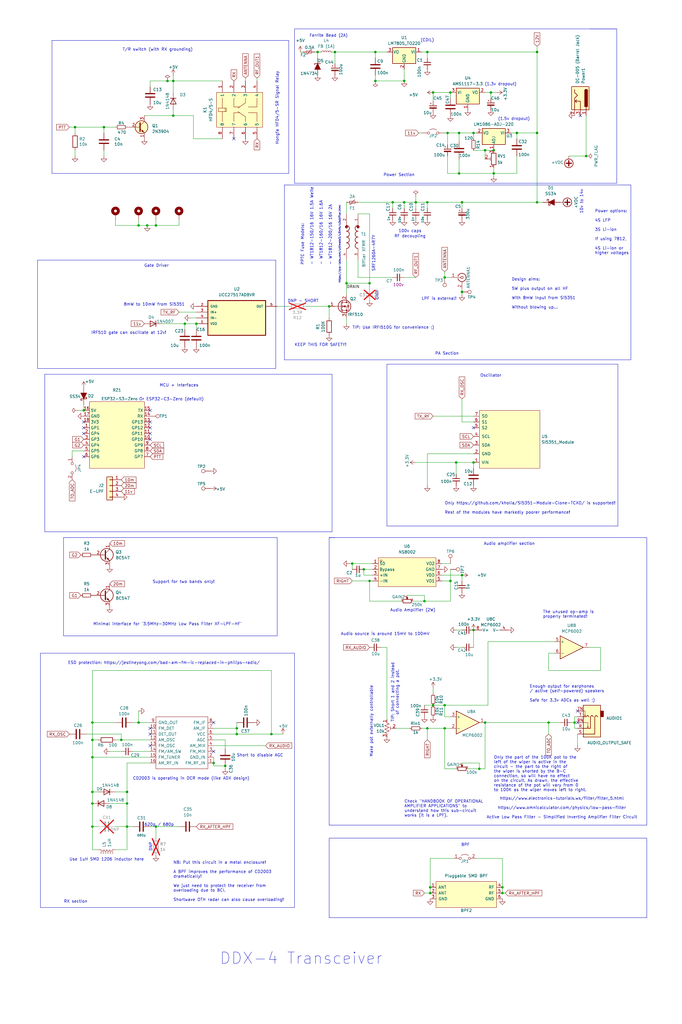
<source format=kicad_sch>
(kicad_sch (version 20240417) (generator "eeschema") (generator_version "8.99")
  (paper "User" 299.999 450.012)
  (title_block (title "DDX-4 Digital Transceiver") (date "2024-05-21") (rev "Revision 1.01") (company "Author: Dhiru Kholia (VU3CER)"))
  (text "(1.5v dropout)" (at 226.06 52.324 0) (effects (font (size 1.27 1.27))))
  (text "PPTC Fuse Models:\n\n- WT1812-150/16 16V 1.5A Weite\n\n- WT1812-160/16 16V 1.6A\n\n- WT1812-200/16 16V 2A" (at 146.05 116.586 90) (effects (font (size 1.27 1.27)) (justify left bottom)))
  (text "T/R switch (with RX grounding)" (at 53.848 22.606 0) (effects (font (size 1.27 1.27)) (justify left bottom)))
  (text "(1.3v dropout)" (at 220.218 37.084 0) (effects (font (size 1.27 1.27))))
  (text "8mW to 10mW from Si5351" (at 81.28 134.62 0) (effects (font (size 1.27 1.27)) (justify right bottom)))
  (text "Power options:\n\n4S LFP\n\n3S Li-ion\n\nIf using 7812,\n\n4S Li-ion or \nhigher voltages\n" (at 261.62 112.014 0) (effects (font (size 1.27 1.27)) (justify left bottom)))
  (text "(CDIL)" (at 187.96 17.78 0) (effects (font (size 1.27 1.27))))
  (text "Audio amplifier section" (at 224.028 239.014 0) (effects (font (size 1.27 1.27))))
  (text "Oscillator" (at 215.9 165.1 0) (effects (font (size 1.27 1.27))))
  (text "ESD protection: https://jestineyong.com/bad-am-fm-ic-replaced-in-philips-radio/" (at 114.3 292.1 0) (effects (font (size 1.27 1.27)) (justify right bottom)))
  (text "Minimal interface for '3.5MHz-30MHz Low Pass Filter XF-LPF-HF'" (at 73.66 274.32 0) (effects (font (size 1.27 1.27))))
  (text "Or ESP32-C3-Zero (default)" (at 75.438 175.514 0) (effects (font (size 1.27 1.27))))
  (text "Use 1uH SMD 1206 inductor here" (at 30.48 378.46 0) (effects (font (size 1.27 1.27)) (justify left bottom)))
  (text "KEEP THIS FOR SAFETY!" (at 129.54 152.4 0) (effects (font (size 1.27 1.27)) (justify left bottom)))
  (text "CD2003 is operating in DCR mode (like ADX design)" (at 58.42 342.9 0) (effects (font (size 1.27 1.27)) (justify left bottom)))
  (text "Enough output for earphones \n/ active (self-powered) speakers\n\nSafe for 3.3v ADCs as well ;)" (at 232.918 308.61 0) (effects (font (size 1.27 1.27)) (justify left bottom)))
  (text "DNP" (at 67.056 374.142 90) (effects (font (size 1.27 1.27)) (justify left bottom)))
  (text "Audio source is around 15mV to 100mV" (at 149.86 279.4 0) (effects (font (size 1.27 1.27)) (justify left bottom)))
  (text "Power Section" (at 175.514 76.962 0) (effects (font (size 1.27 1.27))))
  (text "DNP" (at 166.624 131.826 90) (effects (font (size 1.27 1.27)) (justify left bottom)))
  (text "BPF" (at 204.724 371.348 0) (effects (font (size 1.27 1.27))))
  (text "Hongfa HFD4/5-SR Signal Relay" (at 121.92 47.498 90) (effects (font (size 1.27 1.27))))
  (text "DDX-4 Transceiver" (at 96.52 424.18 0) (effects (font (size 5 5)) (justify left bottom)))
  (text "LPF is external!" (at 185.42 132.08 0) (effects (font (size 1.27 1.27)) (justify left bottom)))
  (text "Design aims:\n\n5W plus output on all HF\n\nWith 8mW input from Si5351\n\nWithout blowing up..." (at 225.044 135.89 0) (effects (font (size 1.27 1.27)) (justify left bottom)))
  (text "Check \"HANDBOOK OF OPERATIONAL\nAMPLIFIER APPLICATIONS\" to \nunderstand how this sub-circuit\nworks (it is a LPF)." (at 177.8 359.156 0) (effects (font (size 1.27 1.27)) (justify left bottom)))
  (text "Support for two bands only!" (at 80.772 255.778 0) (effects (font (size 1.27 1.27))))
  (text "MCU + Interfaces" (at 78.74 169.418 0) (effects (font (size 1.27 1.27))))
  (text "SRF1260A-4R7Y" (at 165.1 119.38 90) (effects (font (size 1.27 1.27)) (justify left bottom)))
  (text "100v caps" (at 180.34 101.6 0) (effects (font (size 1.27 1.27))))
  (text "RF decoupling" (at 180.34 103.886 0) (effects (font (size 1.27 1.27))))
  (text "PA Section" (at 196.596 155.448 0) (effects (font (size 1.27 1.27))))
  (text "https://qrp-labs.com/ultimate3/u3info/u3sbifilar.html" (at 149.86 124.46 90) (effects (font (size 0.8 0.8)) (justify left bottom)))
  (text "Only https://github.com/kholia/Si5351-Module-Clone-TCXO/ is supported!\n\nRest of the modules have markedly poorer performance!" (at 195.58 226.06 0) (effects (font (size 1.27 1.27)) (justify left bottom)))
  (text "10v to 14v" (at 256.54 93.98 90) (effects (font (size 1.27 1.27)) (justify left bottom)))
  (text "NB: Put this circuit in a metal enclosure!\n\nA BPF improves the performance of CD2003\ndramatically!\n\nWe just need to protect the receiver from\noverloading due to BCI.\n\nShortwave OTH radar can also cause overloading!" (at 76.2 396.24 0) (effects (font (size 1.27 1.27)) (justify left bottom)))
  (text "Short to disable AGC" (at 104.14 332.74 0) (effects (font (size 1.27 1.27)) (justify left bottom)))
  (text "Audio Amplifier (2W)" (at 181.61 268.224 0) (effects (font (size 1.27 1.27))))
  (text "620p / 680p" (at 63.5 363.22 0) (effects (font (size 1.27 1.27)) (justify left bottom)))
  (text "https://www.electronics-tutorials.ws/filter/filter_5.html\n\nhttps://www.omnicalculator.com/physics/low-pass-filter\n\nActive Low Pass Filter - Simplified Inverting Amplifier Filter Circuit" (at 247.142 355.092 0) (effects (font (size 1.27 1.27))))
  (text "DNP - SHORT" (at 126.492 133.096 0) (effects (font (size 1.27 1.27)) (justify left bottom)))
  (text "TIP: Short 1 and 2 instead\nof connecting a pot." (at 173.736 304.292 90) (effects (font (size 1.27 1.27))))
  (text "Ferrite Bead (2A)" (at 144.526 15.748 0) (effects (font (size 1.27 1.27))))
  (text "TIP: Use IRFI510G for convenience ;)" (at 154.94 144.78 0) (effects (font (size 1.27 1.27)) (justify left bottom)))
  (text "Make pot externally controllable" (at 164.084 332.74 90) (effects (font (size 1.27 1.27)) (justify left bottom)))
  (text "IRF510 gate can oscillate at 12v!" (at 56.642 146.304 0) (effects (font (size 1.27 1.27))))
  (text "Only the part of the 100K pot to the \nleft of the wiper is active in the \ncircuit - the part to the right of\nthe wiper is shorted by the B-C \nconnection, so will have no effect\non the circuit. As drawn, the effective\nresistance of the pot will vary from 0\nto 100K as the wiper moves left to right." (at 217.17 347.98 0) (effects (font (size 1.27 1.27)) (justify left bottom)))
  (text "Gate Driver" (at 68.834 116.84 0) (effects (font (size 1.27 1.27))))
  (text "The unused op-amp is \nproperly terminated!" (at 238.76 271.78 0) (effects (font (size 1.27 1.27)) (justify left bottom)))
  (text "RX section" (at 33.274 396.24 0) (effects (font (size 1.27 1.27))))
  (junction (at 36.83 180.34))
  (junction (at 217.17 76.2))
  (junction (at 162.56 124.46))
  (junction (at 198.12 255.27))
  (junction (at 236.22 88.9))
  (junction (at 60.96 99.06))
  (junction (at 190.5 40.64))
  (junction (at 177.8 35.56))
  (junction (at 187.96 22.86))
  (junction (at 60.96 317.5))
  (junction (at 86.36 142.24))
  (junction (at 139.7 22.86))
  (junction (at 203.2 252.73))
  (junction (at 55.88 363.22))
  (junction (at 236.22 58.42))
  (junction (at 220.98 389.89))
  (junction (at 40.64 353.06))
  (junction (at 40.64 363.22))
  (junction (at 217.17 66.04))
  (junction (at 45.72 55.88))
  (junction (at 40.64 332.74))
  (junction (at 68.58 99.06))
  (junction (at 195.58 320.04))
  (junction (at 73.66 35.56))
  (junction (at 241.3 317.5))
  (junction (at 198.12 40.64))
  (junction (at 208.28 276.86))
  (junction (at 68.58 363.22))
  (junction (at 55.88 353.06))
  (junction (at 165.1 35.56))
  (junction (at 55.88 347.98))
  (junction (at 195.58 309.88))
  (junction (at 190.5 309.88))
  (junction (at 177.8 88.9))
  (junction (at 186.69 264.16))
  (junction (at 40.64 347.98))
  (junction (at 162.56 255.27))
  (junction (at 208.28 58.42))
  (junction (at 227.33 58.42))
  (junction (at 252.73 317.5))
  (junction (at 104.14 320.04))
  (junction (at 215.9 40.64))
  (junction (at 172.72 88.9))
  (junction (at 147.32 22.86))
  (junction (at 160.02 250.19))
  (junction (at 40.64 325.12))
  (junction (at 201.93 58.42))
  (junction (at 144.78 134.62))
  (junction (at 196.85 58.42))
  (junction (at 152.4 124.46))
  (junction (at 104.14 322.58))
  (junction (at 53.34 325.12))
  (junction (at 213.36 317.5))
  (junction (at 236.22 22.86))
  (junction (at 208.28 203.2))
  (junction (at 182.88 88.9))
  (junction (at 40.64 317.5))
  (junction (at 93.98 335.28))
  (junction (at 81.28 142.24))
  (junction (at 203.2 88.9))
  (junction (at 187.96 88.9))
  (junction (at 189.23 392.43))
  (junction (at 64.77 99.06))
  (junction (at 154.94 247.65))
  (junction (at 33.02 55.88))
  (junction (at 187.96 320.04))
  (junction (at 76.2 50.8))
  (junction (at 165.1 22.86))
  (junction (at 200.66 203.2))
  (junction (at 99.06 336.55))
  (junction (at 257.81 68.58))
  (junction (at 213.36 66.04))
  (junction (at 119.38 322.58))
  (junction (at 189.23 389.89))
  (junction (at 201.93 76.2))
  (junction (at 195.58 121.92))
  (junction (at 203.2 128.27))
  (junction (at 220.98 392.43))
  (junction (at 210.82 337.82))
  (junction (at 76.2 35.56))
  (no_connect (at 102.87 60.96))
  (no_connect (at 66.04 320.04))
  (no_connect (at 66.04 193.04))
  (no_connect (at 66.04 187.96))
  (no_connect (at 254 317.5))
  (no_connect (at 66.04 180.34))
  (no_connect (at 93.98 317.5))
  (no_connect (at 66.04 322.58))
  (no_connect (at 208.28 187.96))
  (no_connect (at 36.83 190.5))
  (no_connect (at 66.04 185.42))
  (no_connect (at 255.27 50.8))
  (no_connect (at 66.04 327.66))
  (no_connect (at 36.83 187.96))
  (no_connect (at 36.83 185.42))
  (no_connect (at 93.98 330.2))
  (no_connect (at 36.83 200.66))
  (no_connect (at 254 312.42))
  (no_connect (at 66.04 190.5))
  (wire (pts (xy 71.12 142.24) (xy 81.28 142.24)))
  (wire (pts (xy 40.64 347.98) (xy 40.64 353.06)))
  (wire (pts (xy 189.23 389.89) (xy 189.23 392.43)))
  (wire (pts (xy 64.77 99.06) (xy 68.58 99.06)))
  (wire (pts (xy 162.56 264.16) (xy 176.53 264.16)))
  (polyline (pts (xy 17.145 114.3) (xy 121.285 114.3)))
  (wire (pts (xy 31.75 198.12) (xy 36.83 198.12)))
  (wire (pts (xy 208.28 66.04) (xy 213.36 66.04)))
  (wire (pts (xy 66.04 35.56) (xy 66.04 38.1)))
  (wire (pts (xy 93.98 332.74) (xy 93.98 335.28)))
  (wire (pts (xy 187.96 88.9) (xy 187.96 91.44)))
  (wire (pts (xy 40.64 325.12) (xy 40.64 317.5)))
  (wire (pts (xy 144.78 139.7) (xy 144.78 134.62)))
  (wire (pts (xy 252.73 317.5) (xy 252.73 320.04)))
  (polyline (pts (xy 19.685 164.465) (xy 19.685 233.68)))
  (wire (pts (xy 198.12 40.64) (xy 198.12 43.18)))
  (wire (pts (xy 43.18 347.98) (xy 40.64 347.98)))
  (wire (pts (xy 165.1 22.86) (xy 165.1 25.4)))
  (wire (pts (xy 157.48 93.98) (xy 162.56 93.98)))
  (wire (pts (xy 99.06 325.12) (xy 99.06 328.93)))
  (wire (pts (xy 236.22 20.32) (xy 236.22 22.86)))
  (polyline (pts (xy 20.32 164.465) (xy 146.05 164.465)))
  (wire (pts (xy 45.72 55.88) (xy 45.72 58.42)))
  (wire (pts (xy 93.98 335.28) (xy 93.98 336.55)))
  (wire (pts (xy 213.36 66.04) (xy 213.36 69.85)))
  (wire (pts (xy 195.58 121.92) (xy 198.12 121.92)))
  (polyline (pts (xy 243.84 12.7) (xy 271.145 12.7)))
  (wire (pts (xy 40.64 317.5) (xy 40.64 294.64)))
  (polyline (pts (xy 271.272 78.74) (xy 271.272 80.518)))
  (wire (pts (xy 208.28 199.39) (xy 187.96 199.39)))
  (wire (pts (xy 187.96 25.4) (xy 187.96 22.86)))
  (wire (pts (xy 187.96 199.39) (xy 187.96 213.36)))
  (polyline (pts (xy 27.94 236.22) (xy 27.94 279.4)))
  (wire (pts (xy 172.72 88.9) (xy 177.8 88.9)))
  (wire (pts (xy 45.72 55.88) (xy 50.8 55.88)))
  (polyline (pts (xy 284.48 236.22) (xy 284.48 261.62)))
  (wire (pts (xy 203.2 252.73) (xy 203.2 255.27)))
  (wire (pts (xy 157.48 114.3) (xy 157.48 121.92)))
  (wire (pts (xy 99.06 336.55) (xy 99.06 337.82)))
  (wire (pts (xy 259.08 284.48) (xy 264.16 284.48)))
  (wire (pts (xy 195.58 320.04) (xy 198.12 320.04)))
  (wire (pts (xy 160.02 252.73) (xy 160.02 250.19)))
  (wire (pts (xy 139.7 22.86) (xy 140.97 22.86)))
  (wire (pts (xy 177.8 88.9) (xy 177.8 91.44)))
  (wire (pts (xy 154.94 247.65) (xy 163.83 247.65)))
  (wire (pts (xy 195.58 320.04) (xy 195.58 337.82)))
  (wire (pts (xy 198.12 255.27) (xy 198.12 264.16)))
  (wire (pts (xy 154.94 255.27) (xy 162.56 255.27)))
  (wire (pts (xy 257.81 68.58) (xy 250.19 68.58)))
  (wire (pts (xy 198.12 250.19) (xy 198.12 255.27)))
  (wire (pts (xy 40.64 294.64) (xy 119.38 294.64)))
  (wire (pts (xy 86.36 142.24) (xy 86.36 144.78)))
  (polyline (pts (xy 129.54 12.7) (xy 243.84 12.7)))
  (wire (pts (xy 119.38 322.58) (xy 124.46 322.58)))
  (wire (pts (xy 213.36 66.04) (xy 217.17 66.04)))
  (wire (pts (xy 40.64 332.74) (xy 40.64 325.12)))
  (wire (pts (xy 257.81 68.58) (xy 257.81 50.8)))
  (wire (pts (xy 55.88 363.22) (xy 55.88 373.38)))
  (wire (pts (xy 187.96 320.04) (xy 187.96 325.12)))
  (wire (pts (xy 195.58 337.82) (xy 200.66 337.82)))
  (wire (pts (xy 208.28 58.42) (xy 209.55 58.42)))
  (wire (pts (xy 132.08 22.86) (xy 133.35 22.86)))
  (polyline (pts (xy 271.272 12.7) (xy 259.334 12.7)))
  (wire (pts (xy 201.93 69.85) (xy 201.93 76.2)))
  (wire (pts (xy 83.82 139.7) (xy 86.36 139.7)))
  (polyline (pts (xy 129.54 12.7) (xy 129.54 78.74)))
  (wire (pts (xy 254 322.58) (xy 254 327.66)))
  (wire (pts (xy 33.02 58.42) (xy 33.02 55.88)))
  (polyline (pts (xy 271.78 160.02) (xy 271.78 231.14)))
  (wire (pts (xy 45.72 66.04) (xy 45.72 68.58)))
  (wire (pts (xy 182.88 203.2) (xy 200.66 203.2)))
  (wire (pts (xy 85.09 50.8) (xy 85.09 60.96)))
  (wire (pts (xy 236.22 88.9) (xy 238.76 88.9)))
  (wire (pts (xy 76.2 33.02) (xy 76.2 35.56)))
  (polyline (pts (xy 144.78 236.22) (xy 284.48 236.22)))
  (wire (pts (xy 152.4 93.98) (xy 152.4 88.9)))
  (wire (pts (xy 220.98 389.89) (xy 220.98 392.43)))
  (wire (pts (xy 213.36 40.64) (xy 215.9 40.64)))
  (wire (pts (xy 157.48 88.9) (xy 172.72 88.9)))
  (wire (pts (xy 104.14 320.04) (xy 104.14 322.58)))
  (wire (pts (xy 119.38 294.64) (xy 119.38 322.58)))
  (wire (pts (xy 73.66 35.56) (xy 66.04 35.56)))
  (wire (pts (xy 81.28 144.78) (xy 81.28 142.24)))
  (wire (pts (xy 203.2 284.48) (xy 200.66 284.48)))
  (wire (pts (xy 68.58 363.22) (xy 78.74 363.22)))
  (wire (pts (xy 208.28 58.42) (xy 208.28 60.96)))
  (wire (pts (xy 215.9 40.64) (xy 215.9 43.18)))
  (wire (pts (xy 252.73 314.96) (xy 252.73 317.5)))
  (wire (pts (xy 60.96 317.5) (xy 60.96 312.42)))
  (wire (pts (xy 157.48 121.92) (xy 172.72 121.92)))
  (polyline (pts (xy 27.94 236.22) (xy 121.92 236.22)))
  (wire (pts (xy 154.94 247.65) (xy 154.94 250.19)))
  (wire (pts (xy 55.88 335.28) (xy 66.04 335.28)))
  (wire (pts (xy 254 314.96) (xy 252.73 314.96)))
  (wire (pts (xy 68.58 99.06) (xy 78.74 99.06)))
  (polyline (pts (xy 121.92 279.4) (xy 27.94 279.4)))
  (wire (pts (xy 162.56 93.98) (xy 162.56 124.46)))
  (wire (pts (xy 215.9 40.64) (xy 218.44 40.64)))
  (wire (pts (xy 152.4 124.46) (xy 152.4 129.54)))
  (wire (pts (xy 58.42 330.2) (xy 66.04 330.2)))
  (polyline (pts (xy 129.54 287.02) (xy 129.54 398.78)))
  (wire (pts (xy 50.8 99.06) (xy 60.96 99.06)))
  (wire (pts (xy 185.42 320.04) (xy 187.96 320.04)))
  (wire (pts (xy 104.14 322.58) (xy 119.38 322.58)))
  (wire (pts (xy 165.1 35.56) (xy 177.8 35.56)))
  (wire (pts (xy 48.26 353.06) (xy 55.88 353.06)))
  (polyline (pts (xy 170.18 160.02) (xy 271.78 160.02)))
  (wire (pts (xy 76.2 35.56) (xy 97.79 35.56)))
  (wire (pts (xy 214.63 281.94) (xy 243.84 281.94)))
  (wire (pts (xy 264.16 284.48) (xy 264.16 294.64)))
  (polyline (pts (xy 17.78 398.78) (xy 17.78 287.02)))
  (wire (pts (xy 203.2 185.42) (xy 208.28 185.42)))
  (polyline (pts (xy 16.51 114.3) (xy 17.145 114.3)))
  (wire (pts (xy 196.85 58.42) (xy 196.85 63.5)))
  (polyline (pts (xy 170.18 160.02) (xy 170.18 231.14)))
  (wire (pts (xy 50.8 363.22) (xy 55.88 363.22)))
  (wire (pts (xy 195.58 309.88) (xy 214.63 309.88)))
  (wire (pts (xy 34.29 180.34) (xy 36.83 180.34)))
  (wire (pts (xy 152.4 142.24) (xy 152.4 139.7)))
  (polyline (pts (xy 125.095 81.28) (xy 125.095 158.115)))
  (wire (pts (xy 113.03 34.29) (xy 113.03 35.56)))
  (wire (pts (xy 172.72 88.9) (xy 172.72 91.44)))
  (wire (pts (xy 170.18 284.48) (xy 170.18 316.23)))
  (wire (pts (xy 194.31 252.73) (xy 203.2 252.73)))
  (wire (pts (xy 201.93 76.2) (xy 217.17 76.2)))
  (wire (pts (xy 243.84 287.02) (xy 241.3 287.02)))
  (wire (pts (xy 200.66 203.2) (xy 200.66 208.28)))
  (wire (pts (xy 195.58 309.88) (xy 195.58 314.96)))
  (polyline (pts (xy 127 76.2) (xy 22.86 76.2)))
  (wire (pts (xy 208.28 203.2) (xy 208.28 205.74)))
  (wire (pts (xy 50.8 347.98) (xy 55.88 347.98)))
  (wire (pts (xy 224.79 58.42) (xy 227.33 58.42)))
  (wire (pts (xy 40.64 317.5) (xy 50.8 317.5)))
  (wire (pts (xy 203.2 88.9) (xy 236.22 88.9)))
  (polyline (pts (xy 146.05 164.465) (xy 146.05 233.68)))
  (wire (pts (xy 182.88 88.9) (xy 187.96 88.9)))
  (wire (pts (xy 55.88 363.22) (xy 58.42 363.22)))
  (wire (pts (xy 146.05 22.86) (xy 147.32 22.86)))
  (wire (pts (xy 40.64 363.22) (xy 43.18 363.22)))
  (wire (pts (xy 48.26 330.2) (xy 53.34 330.2)))
  (wire (pts (xy 50.8 325.12) (xy 53.34 325.12)))
  (wire (pts (xy 162.56 255.27) (xy 163.83 255.27)))
  (wire (pts (xy 33.02 55.88) (xy 45.72 55.88)))
  (wire (pts (xy 205.74 337.82) (xy 210.82 337.82)))
  (wire (pts (xy 241.3 317.5) (xy 241.3 322.58)))
  (wire (pts (xy 195.58 119.38) (xy 195.58 121.92)))
  (wire (pts (xy 236.22 58.42) (xy 236.22 22.86)))
  (wire (pts (xy 187.96 88.9) (xy 203.2 88.9)))
  (wire (pts (xy 160.02 250.19) (xy 163.83 250.19)))
  (wire (pts (xy 213.36 317.5) (xy 213.36 337.82)))
  (wire (pts (xy 241.3 287.02) (xy 241.3 294.64)))
  (polyline (pts (xy 22.86 17.78) (xy 127 17.78)))
  (wire (pts (xy 241.3 294.64) (xy 264.16 294.64)))
  (wire (pts (xy 153.67 247.65) (xy 154.94 247.65)))
  (polyline (pts (xy 16.51 161.925) (xy 16.51 114.3)))
  (wire (pts (xy 190.5 182.88) (xy 208.28 182.88)))
  (wire (pts (xy 81.28 142.24) (xy 86.36 142.24)))
  (wire (pts (xy 194.31 247.65) (xy 198.12 247.65)))
  (polyline (pts (xy 284.48 403.225) (xy 144.78 403.225)))
  (polyline (pts (xy 144.78 261.62) (xy 144.78 236.22)))
  (polyline (pts (xy 19.685 164.465) (xy 20.32 164.465)))
  (polyline (pts (xy 144.78 368.3) (xy 284.48 368.3)))
  (wire (pts (xy 93.98 322.58) (xy 104.14 322.58)))
  (polyline (pts (xy 271.272 78.74) (xy 271.272 12.7)))
  (polyline (pts (xy 146.05 233.68) (xy 19.685 233.68)))
  (polyline (pts (xy 144.78 236.22) (xy 147.32 236.22)))
  (wire (pts (xy 138.43 22.86) (xy 139.7 22.86)))
  (wire (pts (xy 179.07 261.62) (xy 186.69 261.62)))
  (wire (pts (xy 50.8 373.38) (xy 55.88 373.38)))
  (polyline (pts (xy 277.495 158.115) (xy 125.095 158.115)))
  (wire (pts (xy 165.1 22.86) (xy 170.18 22.86)))
  (wire (pts (xy 190.5 309.88) (xy 195.58 309.88)))
  (wire (pts (xy 165.1 33.02) (xy 165.1 35.56)))
  (wire (pts (xy 186.69 264.16) (xy 198.12 264.16)))
  (wire (pts (xy 254 320.04) (xy 252.73 320.04)))
  (polyline (pts (xy 27.94 287.02) (xy 129.54 287.02)))
  (wire (pts (xy 121.92 134.62) (xy 127 134.62)))
  (wire (pts (xy 78.74 99.06) (xy 78.74 96.52)))
  (wire (pts (xy 152.4 124.46) (xy 162.56 124.46)))
  (wire (pts (xy 134.62 134.62) (xy 144.78 134.62)))
  (wire (pts (xy 66.04 363.22) (xy 68.58 363.22)))
  (wire (pts (xy 36.83 177.8) (xy 36.83 180.34)))
  (wire (pts (xy 196.85 68.58) (xy 196.85 76.2)))
  (wire (pts (xy 177.8 88.9) (xy 182.88 88.9)))
  (wire (pts (xy 186.69 392.43) (xy 189.23 392.43)))
  (polyline (pts (xy 129.54 78.74) (xy 129.54 80.518)))
  (wire (pts (xy 201.93 58.42) (xy 208.28 58.42)))
  (wire (pts (xy 210.82 335.28) (xy 210.82 337.82)))
  (wire (pts (xy 190.5 40.64) (xy 198.12 40.64)))
  (wire (pts (xy 40.64 363.22) (xy 40.64 353.06)))
  (wire (pts (xy 173.99 320.04) (xy 180.34 320.04)))
  (polyline (pts (xy 129.54 398.78) (xy 17.78 398.78)))
  (wire (pts (xy 31.75 198.12) (xy 31.75 200.66)))
  (wire (pts (xy 93.98 320.04) (xy 104.14 320.04)))
  (wire (pts (xy 203.2 175.26) (xy 203.2 185.42)))
  (wire (pts (xy 30.48 55.88) (xy 33.02 55.88)))
  (wire (pts (xy 60.96 96.52) (xy 60.96 99.06)))
  (wire (pts (xy 78.74 137.16) (xy 86.36 137.16)))
  (wire (pts (xy 210.82 337.82) (xy 213.36 337.82)))
  (wire (pts (xy 220.98 377.19) (xy 220.98 389.89)))
  (polyline (pts (xy 144.78 362.585) (xy 284.48 362.585)))
  (wire (pts (xy 203.2 88.9) (xy 203.2 91.44)))
  (polyline (pts (xy 22.86 17.78) (xy 22.86 76.2)))
  (polyline (pts (xy 127 17.78) (xy 127 76.2)))
  (wire (pts (xy 213.36 317.5) (xy 241.3 317.5)))
  (wire (pts (xy 203.2 335.28) (xy 210.82 335.28)))
  (wire (pts (xy 236.22 58.42) (xy 236.22 88.9)))
  (wire (pts (xy 163.83 252.73) (xy 160.02 252.73)))
  (wire (pts (xy 187.96 22.86) (xy 236.22 22.86)))
  (wire (pts (xy 186.69 309.88) (xy 190.5 309.88)))
  (wire (pts (xy 139.7 22.86) (xy 139.7 25.4)))
  (wire (pts (xy 190.5 302.26) (xy 190.5 304.8)))
  (wire (pts (xy 162.56 124.46) (xy 162.56 127)))
  (wire (pts (xy 195.58 314.96) (xy 198.12 314.96)))
  (wire (pts (xy 162.56 255.27) (xy 162.56 264.16)))
  (wire (pts (xy 227.33 58.42) (xy 227.33 60.96)))
  (wire (pts (xy 33.02 66.04) (xy 33.02 68.58)))
  (wire (pts (xy 76.2 35.56) (xy 76.2 40.64)))
  (wire (pts (xy 220.98 392.43) (xy 222.25 392.43)))
  (wire (pts (xy 186.69 261.62) (xy 186.69 264.16)))
  (wire (pts (xy 107.95 34.29) (xy 107.95 35.56)))
  (polyline (pts (xy 284.48 362.585) (xy 284.48 261.62)))
  (polyline (pts (xy 125.095 81.28) (xy 277.495 81.28)))
  (wire (pts (xy 43.18 325.12) (xy 40.64 325.12)))
  (wire (pts (xy 43.18 373.38) (xy 40.64 373.38)))
  (wire (pts (xy 203.2 128.27) (xy 203.2 129.54)))
  (polyline (pts (xy 271.78 231.14) (xy 170.18 231.14)))
  (wire (pts (xy 241.3 317.5) (xy 246.38 317.5)))
  (wire (pts (xy 181.61 264.16) (xy 186.69 264.16)))
  (wire (pts (xy 68.58 96.52) (xy 68.58 99.06)))
  (wire (pts (xy 147.32 22.86) (xy 165.1 22.86)))
  (wire (pts (xy 104.14 317.5) (xy 104.14 320.04)))
  (polyline (pts (xy 277.495 81.28) (xy 277.495 158.115)))
  (polyline (pts (xy 144.78 362.585) (xy 146.685 362.585)))
  (wire (pts (xy 208.28 276.86) (xy 208.28 284.48)))
  (wire (pts (xy 53.34 325.12) (xy 66.04 325.12)))
  (wire (pts (xy 227.33 58.42) (xy 236.22 58.42)))
  (wire (pts (xy 85.09 60.96) (xy 97.79 60.96)))
  (wire (pts (xy 189.23 377.19) (xy 189.23 389.89)))
  (wire (pts (xy 203.2 276.86) (xy 200.66 276.86)))
  (wire (pts (xy 40.64 332.74) (xy 40.64 347.98)))
  (wire (pts (xy 203.2 127) (xy 203.2 128.27)))
  (polyline (pts (xy 121.285 161.925) (xy 16.51 161.925)))
  (wire (pts (xy 76.2 50.8) (xy 76.2 48.26)))
  (wire (pts (xy 196.85 58.42) (xy 201.93 58.42)))
  (wire (pts (xy 190.5 40.64) (xy 190.5 44.45)))
  (wire (pts (xy 55.88 353.06) (xy 55.88 347.98)))
  (polyline (pts (xy 121.285 114.3) (xy 121.285 161.925)))
  (wire (pts (xy 194.31 255.27) (xy 198.12 255.27)))
  (wire (pts (xy 55.88 363.22) (xy 55.88 353.06)))
  (wire (pts (xy 214.63 309.88) (xy 214.63 281.94)))
  (wire (pts (xy 76.2 50.8) (xy 85.09 50.8)))
  (wire (pts (xy 182.88 88.9) (xy 182.88 91.44)))
  (wire (pts (xy 184.15 58.42) (xy 185.42 58.42)))
  (wire (pts (xy 217.17 76.2) (xy 217.17 77.47)))
  (wire (pts (xy 195.58 58.42) (xy 196.85 58.42)))
  (wire (pts (xy 167.64 284.48) (xy 170.18 284.48)))
  (wire (pts (xy 209.55 377.19) (xy 220.98 377.19)))
  (polyline (pts (xy 129.54 80.518) (xy 271.272 80.518)))
  (wire (pts (xy 40.64 363.22) (xy 40.64 373.38)))
  (wire (pts (xy 93.98 325.12) (xy 99.06 325.12)))
  (wire (pts (xy 40.64 332.74) (xy 66.04 332.74)))
  (wire (pts (xy 196.85 76.2) (xy 201.93 76.2)))
  (wire (pts (xy 63.5 50.8) (xy 76.2 50.8)))
  (polyline (pts (xy 284.48 368.3) (xy 284.48 403.225)))
  (wire (pts (xy 182.88 86.36) (xy 182.88 88.9)))
  (wire (pts (xy 189.23 377.19) (xy 199.39 377.19)))
  (wire (pts (xy 217.17 73.66) (xy 217.17 76.2)))
  (wire (pts (xy 152.4 114.3) (xy 152.4 124.46)))
  (wire (pts (xy 177.8 121.92) (xy 182.88 121.92)))
  (wire (pts (xy 53.34 322.58) (xy 53.34 325.12)))
  (polyline (pts (xy 144.78 368.3) (xy 144.78 403.225)))
  (wire (pts (xy 201.93 58.42) (xy 201.93 62.23)))
  (polyline (pts (xy 144.78 261.62) (xy 144.78 362.585)))
  (wire (pts (xy 200.66 203.2) (xy 208.28 203.2)))
  (wire (pts (xy 177.8 30.48) (xy 177.8 35.56)))
  (wire (pts (xy 187.96 320.04) (xy 195.58 320.04)))
  (wire (pts (xy 93.98 327.66) (xy 116.84 327.66)))
  (wire (pts (xy 55.88 335.28) (xy 55.88 347.98)))
  (wire (pts (xy 50.8 96.52) (xy 50.8 99.06)))
  (wire (pts (xy 76.2 35.56) (xy 73.66 35.56)))
  (wire (pts (xy 68.58 368.3) (xy 68.58 363.22)))
  (wire (pts (xy 38.1 322.58) (xy 53.34 322.58)))
  (wire (pts (xy 227.33 68.58) (xy 227.33 76.2)))
  (wire (pts (xy 147.32 22.86) (xy 147.32 27.94)))
  (polyline (pts (xy 17.78 287.02) (xy 27.94 287.02)))
  (wire (pts (xy 60.96 99.06) (xy 64.77 99.06)))
  (wire (pts (xy 227.33 76.2) (xy 217.17 76.2)))
  (wire (pts (xy 93.98 336.55) (xy 99.06 336.55)))
  (wire (pts (xy 185.42 22.86) (xy 187.96 22.86)))
  (polyline (pts (xy 121.92 236.22) (xy 121.92 279.4)))
  (wire (pts (xy 58.42 317.5) (xy 60.96 317.5)))
  (wire (pts (xy 251.46 317.5) (xy 252.73 317.5)))
  (wire (pts (xy 66.04 317.5) (xy 60.96 317.5)))
  (label "DRAIN" (at 152.4 127 0))
  (global_label "TO_ADC" (shape input) (at 31.75 210.82 270) (property "Intersheetrefs" "${INTERSHEET_REFS}" (effects (hide yes))))
  (global_label "TX_RF" (shape input) (at 78.74 137.16 180) (property "Intersheetrefs" "${INTERSHEET_REFS}" (effects (hide yes))))
  (global_label "20m" (shape input) (at 53.34 213.36 0) (property "Intersheetrefs" "${INTERSHEET_REFS}" (effects (hide yes))))
  (global_label "SDA" (shape input) (at 66.04 198.12 0) (property "Intersheetrefs" "${INTERSHEET_REFS}" (effects (hide yes))))
  (global_label "TX_RF" (shape input) (at 190.5 182.88 180) (property "Intersheetrefs" "${INTERSHEET_REFS}" (effects (hide yes))))
  (global_label "RIGHT" (shape input) (at 187.96 325.12 270) (property "Intersheetrefs" "${INTERSHEET_REFS}" (effects (hide yes))))
  (global_label "G2" (shape input) (at 36.83 195.58 180) (property "Intersheetrefs" "${INTERSHEET_REFS}" (effects (hide yes))))
  (global_label "RX" (shape input) (at 102.87 35.56 90) (property "Intersheetrefs" "${INTERSHEET_REFS}" (effects (hide yes))))
  (global_label "11v" (shape input) (at 63.5 142.24 180) (property "Intersheetrefs" "${INTERSHEET_REFS}" (effects (hide yes))))
  (global_label "10m" (shape input) (at 48.26 238.76 0) (property "Intersheetrefs" "${INTERSHEET_REFS}" (effects (hide yes))))
  (global_label "RX" (shape input) (at 113.03 60.96 270) (property "Intersheetrefs" "${INTERSHEET_REFS}" (effects (hide yes))))
  (global_label "RF_OUT1" (shape input) (at 113.03 34.29 90) (property "Intersheetrefs" "${INTERSHEET_REFS}" (effects (hide yes))))
  (global_label "RX_OSC" (shape input) (at 30.48 322.58 180) (property "Intersheetrefs" "${INTERSHEET_REFS}" (effects (hide yes))))
  (global_label "PTT" (shape input) (at 66.04 200.66 0) (property "Intersheetrefs" "${INTERSHEET_REFS}" (effects (hide yes))))
  (global_label "G1" (shape input) (at 35.56 261.62 180) (property "Intersheetrefs" "${INTERSHEET_REFS}" (effects (hide yes))))
  (global_label "RX_AUDIO" (shape input) (at 116.84 327.66 0) (property "Intersheetrefs" "${INTERSHEET_REFS}" (effects (hide yes))))
  (global_label "G2" (shape input) (at 35.56 243.84 180) (property "Intersheetrefs" "${INTERSHEET_REFS}" (effects (hide yes))))
  (global_label "TO_ADC" (shape input) (at 241.3 322.58 270) (property "Intersheetrefs" "${INTERSHEET_REFS}" (effects (hide yes))))
  (global_label "SCL" (shape input) (at 208.28 191.77 180) (property "Intersheetrefs" "${INTERSHEET_REFS}" (effects (hide yes))))
  (global_label "SDA" (shape input) (at 208.28 195.58 180) (property "Intersheetrefs" "${INTERSHEET_REFS}" (effects (hide yes))))
  (global_label "RX_AFTER_HPF" (shape input) (at 222.25 392.43 0) (property "Intersheetrefs" "${INTERSHEET_REFS}" (effects (hide yes))))
  (global_label "RX" (shape input) (at 186.69 392.43 180) (property "Intersheetrefs" "${INTERSHEET_REFS}" (effects (hide yes))))
  (global_label "SCL" (shape input) (at 66.04 195.58 0) (property "Intersheetrefs" "${INTERSHEET_REFS}" (effects (hide yes))))
  (global_label "RX_AFTER_HPF" (shape input) (at 86.36 363.22 0) (property "Intersheetrefs" "${INTERSHEET_REFS}" (effects (hide yes))))
  (global_label "RX_AUDIO" (shape input) (at 162.56 284.48 180) (property "Intersheetrefs" "${INTERSHEET_REFS}" (effects (hide yes))))
  (global_label "12V" (shape input) (at 236.22 20.32 90) (property "Intersheetrefs" "${INTERSHEET_REFS}" (effects (hide yes))))
  (global_label "PTT" (shape input) (at 30.48 55.88 180) (property "Intersheetrefs" "${INTERSHEET_REFS}" (effects (hide yes))))
  (global_label "ANTENNA" (shape input) (at 195.58 119.38 90) (property "Intersheetrefs" "${INTERSHEET_REFS}" (effects (hide yes))))
  (global_label "10m" (shape input) (at 53.34 210.82 0) (property "Intersheetrefs" "${INTERSHEET_REFS}" (effects (hide yes))))
  (global_label "RF_OUT1" (shape input) (at 182.88 121.92 90) (property "Intersheetrefs" "${INTERSHEET_REFS}" (effects (hide yes))))
  (global_label "ANTENNA" (shape input) (at 107.95 34.29 90) (property "Intersheetrefs" "${INTERSHEET_REFS}" (effects (hide yes))))
  (global_label "11v" (shape input) (at 184.15 58.42 180) (property "Intersheetrefs" "${INTERSHEET_REFS}" (effects (hide yes))))
  (global_label "RIGHT" (shape input) (at 154.94 255.27 180) (property "Intersheetrefs" "${INTERSHEET_REFS}" (effects (hide yes))))
  (global_label "20m" (shape input) (at 48.26 256.54 0) (property "Intersheetrefs" "${INTERSHEET_REFS}" (effects (hide yes))))
  (global_label "G1" (shape input) (at 36.83 193.04 180) (property "Intersheetrefs" "${INTERSHEET_REFS}" (effects (hide yes))))
  (global_label "11v" (shape input) (at 53.34 215.9 0) (property "Intersheetrefs" "${INTERSHEET_REFS}" (effects (hide yes))))
  (global_label "RX_OSC" (shape input) (at 203.2 175.26 90) (property "Intersheetrefs" "${INTERSHEET_REFS}" (effects (hide yes))))
  (symbol (lib_id "Device:C_Polarized_Small") (at 203.2 93.98 0) (unit 1)
    (property "Reference" "C5" (at 200.152 90.678 0) (effects (justify left)))
    (property "Value" "330u" (at 205.74 96.52 90) (effects (justify left)))
    (property "Footprint" "Capacitor_THT:CP_Radial_D8.0mm_P5.00mm" (effects (hide yes)))
    (property "Source" "LCSC" (effects (hide yes)))
  )
  (symbol (lib_id "Device:C_Small") (at 175.26 121.92 270) (unit 1)
    (property "Reference" "C7" (at 171.196 123.444 90))
    (property "Value" "100n" (at 175.387 118.618 90))
    (property "Footprint" "Capacitor_SMD:C_1206_3216Metric_Pad1.33x1.80mm_HandSolder" (effects (hide yes)))
    (property "Source" "LCSC" (effects (hide yes)))
    (property "Voltage" "100v" (at 175.26 125.095 90))
  )
  (symbol (lib_id "power:+VDC") (at 250.19 68.58 0) (mirror x) (unit 1)
    (property "Reference" "#PWR0110" (effects (hide yes)))
    (property "Value" "+VDC" (at 242.443 71.374 0) (effects (justify left)))
    (property "Description" "Power symbol creates a global label with name \"+VDC\"" (effects (hide yes)))
  )
  (symbol (lib_id "power:PWR_FLAG") (at 257.81 68.58 270) (mirror x) (unit 1)
    (property "Reference" "#FLG0103" (effects (hide yes)))
    (property "Value" "PWR_FLAG" (at 262.2042 68.58 0))
    (property "Description" "Special symbol for telling ERC where power comes from" (effects (hide yes)))
  )
  (symbol (lib_id "Device:C_Small") (at 177.8 93.98 0) (unit 1)
    (property "Reference" "C6" (at 175.768 90.932 90))
    (property "Value" "10n" (at 175.768 96.52 90) (effects (font (size 0.9906 0.9906))))
    (property "Footprint" "Capacitor_SMD:C_1206_3216Metric_Pad1.33x1.80mm_HandSolder" (effects (hide yes)))
    (property "Source" "LCSC" (effects (hide yes)))
  )
  (symbol (lib_id "Device:C") (at 208.28 209.55 180) (unit 1)
    (property "Reference" "C12" (at 207.772 212.598 0) (effects (justify left)))
    (property "Value" "10u" (at 208.026 207.01 0) (effects (justify left)))
    (property "Footprint" "Capacitor_SMD:C_1206_3216Metric_Pad1.33x1.80mm_HandSolder" (effects (hide yes)))
    (property "Source" "LCSC" (effects (hide yes)))
  )
  (symbol (lib_id "power:GND") (at 33.02 68.58 0) (unit 1)
    (property "Reference" "#PWR018" (effects (hide yes)))
    (property "Value" "GND" (effects (hide yes)))
    (property "Description" "Power symbol creates a global label with name \"GND\" , ground" (effects (hide yes)))
  )
  (symbol (lib_id "power:PWR_FLAG") (at 182.88 86.36 0) (unit 1)
    (property "Reference" "#FLG01" (effects (hide yes)))
    (property "Value" "PWR_FLAG" (effects (hide yes)))
    (property "Description" "Special symbol for telling ERC where power comes from" (effects (hide yes)))
  )
  (symbol (lib_id "Device:C_Small") (at 248.92 317.5 90) (unit 1)
    (property "Reference" "C43" (at 248.9708 314.3504 90))
    (property "Value" "10u" (at 249.047 320.294 90))
    (property "Footprint" "Capacitor_SMD:C_1206_3216Metric_Pad1.33x1.80mm_HandSolder" (effects (hide yes)))
    (property "Source" "LCSC" (effects (hide yes)))
  )
  (symbol (lib_id "Mechanical:MountingHole_Pad") (at 50.8 93.98 0) (unit 1)
    (property "Reference" "H1" (effects (hide yes)))
    (property "Value" "MountingHole_Pad" (effects (hide yes)))
    (property "Footprint" "MountingHole:MountingHole_3.2mm_M3_Pad_Via" (effects (hide yes)))
    (property "Source" "NA" (effects (hide yes)))
  )
  (symbol (lib_id "Device:C") (at 201.93 66.04 0) (unit 1)
    (property "Reference" "C30" (at 197.866 64.008 0) (effects (justify left)))
    (property "Value" "100n" (at 201.93 68.326 0) (effects (justify left)))
    (property "Footprint" "Capacitor_SMD:C_1206_3216Metric_Pad1.33x1.80mm_HandSolder" (effects (hide yes)))
    (property "Source" "LCSC" (effects (hide yes)))
  )
  (symbol (lib_id "Device:R_Small") (at 190.5 312.42 0) (unit 1)
    (property "Reference" "R11" (at 194.056 312.674 90))
    (property "Value" "10k" (at 192.2526 312.4708 90))
    (property "Footprint" "Resistor_SMD:R_1206_3216Metric_Pad1.30x1.75mm_HandSolder" (effects (hide yes)))
    (property "Source" "LCSC" (effects (hide yes)))
  )
  (symbol (lib_id "Device:C") (at 81.28 148.59 0) (unit 1)
    (property "Reference" "C23" (at 76.835 145.415 0) (effects (justify left)))
    (property "Value" "10u" (at 74.93 151.765 0) (effects (justify left)))
    (property "Footprint" "Capacitor_SMD:C_1206_3216Metric_Pad1.33x1.80mm_HandSolder" (effects (hide yes)))
    (property "Source" "LCSC" (effects (hide yes)))
  )
  (symbol (lib_id "power:+VDC") (at 246.38 88.9 270) (unit 1)
    (property "Reference" "#PWR014" (effects (hide yes)))
    (property "Value" "+VDC" (at 253.365 88.9 0))
    (property "Description" "Power symbol creates a global label with name \"+VDC\"" (effects (hide yes)))
  )
  (symbol (lib_id "power:GND") (at 83.82 139.7 270) (unit 1)
    (property "Reference" "#PWR04" (effects (hide yes)))
    (property "Value" "GND" (effects (hide yes)))
    (property "Description" "Power symbol creates a global label with name \"GND\" , ground" (effects (hide yes)))
  )
  (symbol (lib_id "Device:C_Polarized_Small") (at 147.32 30.48 0) (unit 1)
    (property "Reference" "C44" (at 142.875 27.305 0) (effects (justify left)))
    (property "Value" "100u" (at 149.86 33.02 90) (effects (justify left)))
    (property "Footprint" "Capacitor_THT:CP_Radial_D5.0mm_P2.50mm" (effects (hide yes)))
    (property "Source" "LCSC" (effects (hide yes)))
  )
  (symbol (lib_id "power:GND") (at 63.5 60.96 0) (unit 1)
    (property "Reference" "#PWR023" (effects (hide yes)))
    (property "Value" "GND" (effects (hide yes)))
    (property "Description" "Power symbol creates a global label with name \"GND\" , ground" (effects (hide yes)))
  )
  (symbol (lib_id "power:GND") (at 189.23 394.97 0) (unit 1)
    (property "Reference" "#PWR012" (effects (hide yes)))
    (property "Value" "GND" (effects (hide yes)))
  )
  (symbol (lib_id "Device:R") (at 68.58 372.11 0) (unit 1) (dnp yes)
    (property "Reference" "R7" (at 70.358 370.9416 0) (effects (justify left)))
    (property "Value" "1k" (at 70.358 373.253 0) (effects (justify left)))
    (property "Footprint" "Resistor_SMD:R_1206_3216Metric_Pad1.30x1.75mm_HandSolder" (effects (hide yes)))
    (property "Source" "LCSC" (effects (hide yes)))
  )
  (symbol (lib_id "Device:C") (at 66.04 41.91 0) (unit 1)
    (property "Reference" "C13" (at 67.31 39.37 0) (effects (justify left)))
    (property "Value" "10u" (at 67.31 45.085 0) (effects (justify left)))
    (property "Footprint" "Capacitor_SMD:C_1206_3216Metric_Pad1.33x1.80mm_HandSolder" (effects (hide yes)))
    (property "Source" "LCSC" (effects (hide yes)))
  )
  (symbol (lib_id "power:GND") (at 92.71 207.01 90) (unit 1)
    (property "Reference" "#PWR020" (effects (hide yes)))
    (property "Value" "GND" (effects (hide yes)))
    (property "Description" "Power symbol creates a global label with name \"GND\" , ground" (effects (hide yes)))
  )
  (symbol (lib_id "Regulator_Linear:LM7805_TO220") (at 177.8 22.86 0) (mirror y) (unit 1)
    (property "Reference" "U1" (at 177.8 16.51 0))
    (property "Value" "LM7805_TO220" (at 177.8 19.05 0))
    (property "Footprint" "footprints:TO-220-3_Horizontal_TabDown" (effects (hide yes)))
    (property "Datasheet" "https://www.onsemi.cn/PowerSolutions/document/MC7800-D.PDF" (effects (hide yes)))
    (property "Description" "Positive 1A 35V Linear Regulator, Fixed Output 5V, TO-220" (effects (hide yes)))
  )
  (symbol (lib_id "power:GND") (at 45.72 68.58 0) (unit 1)
    (property "Reference" "#PWR022" (effects (hide yes)))
    (property "Value" "GND" (effects (hide yes)))
    (property "Description" "Power symbol creates a global label with name \"GND\" , ground" (effects (hide yes)))
  )
  (symbol (lib_id "power:GND") (at 200.66 284.48 270) (unit 1)
    (property "Reference" "#PWR076" (effects (hide yes)))
    (property "Value" "GND" (effects (hide yes)))
    (property "Description" "Power symbol creates a global label with name \"GND\" , ground" (effects (hide yes)))
  )
  (symbol (lib_id "power:+5V") (at 76.2 33.02 0) (unit 1)
    (property "Reference" "#PWR024" (effects (hide yes)))
    (property "Value" "+5V" (at 76.2 29.464 0))
    (property "Description" "Power symbol creates a global label with name \"+5V\"" (effects (hide yes)))
  )
  (symbol (lib_id "Device:C_Small") (at 186.69 312.42 0) (unit 1)
    (property "Reference" "C39" (at 183.769 313.055 90))
    (property "Value" "100n" (at 182.88 310.134 0))
    (property "Footprint" "Capacitor_SMD:C_1206_3216Metric_Pad1.33x1.80mm_HandSolder" (effects (hide yes)))
    (property "Source" "LCSC" (effects (hide yes)))
  )
  (symbol (lib_id "ESP32-Zero:RP2040-Zero") (at 50.8 190.5 0) (unit 1)
    (property "Reference" "RZ1" (at 51.435 171.45 0))
    (property "Value" "ESP32-S3-Zero" (at 52.578 175.26 0))
    (property "Footprint" "footprints:ESP32-S3-Zero" (effects (hide yes)))
  )
  (symbol (lib_id "power:+3.3V") (at 208.28 276.86 0) (unit 1)
    (property "Reference" "#PWR078" (effects (hide yes)))
    (property "Value" "+3.3V" (at 208.28 272.034 0))
    (property "Description" "Power symbol creates a global label with name \"+3.3V\"" (effects (hide yes)))
  )
  (symbol (lib_id "power:GND") (at 170.18 323.85 0) (unit 1)
    (property "Reference" "#PWR071" (effects (hide yes)))
    (property "Value" "GND" (effects (hide yes)))
    (property "Description" "Power symbol creates a global label with name \"GND\" , ground" (effects (hide yes)))
  )
  (symbol (lib_id "power:GND") (at 254 327.66 0) (mirror y) (unit 1)
    (property "Reference" "#PWR081" (effects (hide yes)))
    (property "Value" "GND" (effects (hide yes)))
    (property "Description" "Power symbol creates a global label with name \"GND\" , ground" (effects (hide yes)))
  )
  (symbol (lib_name "D_1") (lib_id "Device:D") (at 46.99 347.98 180) (unit 1)
    (property "Reference" "D9" (at 42.418 346.71 0) (effects (justify right)))
    (property "Value" "1N4148" (at 44.831 345.059 0) (effects (justify right)))
    (property "Footprint" "Diode_THT:D_DO-35_SOD27_P2.54mm_Vertical_KathodeUp" (effects (hide yes)))
    (property "Datasheet" "https://www.vishay.com/docs/81857/1n4148.pdf" (effects (hide yes)))
    (property "Source" "LCSC" (effects (hide yes)))
  )
  (symbol (lib_id "Device:R") (at 144.78 143.51 0) (unit 1)
    (property "Reference" "R1" (at 139.8016 143.51 90))
    (property "Value" "100K" (at 142.113 143.51 90))
    (property "Footprint" "Resistor_SMD:R_1206_3216Metric_Pad1.30x1.75mm_HandSolder" (effects (hide yes)))
    (property "Source" "LCSC" (effects (hide yes)))
  )
  (symbol (lib_id "power:GND") (at 203.2 129.54 0) (mirror y) (unit 1)
    (property "Reference" "#PWR016" (effects (hide yes)))
    (property "Value" "GND" (effects (hide yes)))
    (property "Description" "Power symbol creates a global label with name \"GND\" , ground" (effects (hide yes)))
  )
  (symbol (lib_id "Diode:1N4148") (at 76.2 44.45 270) (unit 1)
    (property "Reference" "D3" (at 78.994 41.656 90) (effects (justify left)))
    (property "Value" "1N4148" (at 73.66 40.64 0) (effects (justify left)))
    (property "Footprint" "Diode_THT:D_DO-35_SOD27_P2.54mm_Vertical_KathodeUp" (effects (hide yes)))
    (property "Datasheet" "https://www.vishay.com/docs/81857/1n4148.pdf" (effects (hide yes)))
    (property "Source" "LCSC" (effects (hide yes)))
  )
  (symbol (lib_id "PCM_Diode_Schottky_AKL:SS34") (at 242.57 88.9 180) (unit 1)
    (property "Reference" "D1" (at 242.2525 82.55 0))
    (property "Value" "SS34" (at 242.2525 85.09 0))
    (property "Footprint" "Diode_SMD:D_SMA_Handsoldering" (effects (hide yes)))
    (property "Datasheet" "https://www.tme.eu/Document/4534c3d1273464918563ce78bdeb2ece/SS34-E3-57T.pdf" (effects (hide yes)))
    (property "Source" "LCSC" (effects (hide yes)))
  )
  (symbol (lib_id "Device:C_Small") (at 200.66 210.82 0) (unit 1)
    (property "Reference" "C25" (at 196.342 208.534 0) (effects (justify left)))
    (property "Value" "100n" (at 193.802 211.582 0) (effects (justify left)))
    (property "Footprint" "Capacitor_SMD:C_1206_3216Metric_Pad1.33x1.80mm_HandSolder" (effects (hide yes)))
    (property "Source" "LCSC" (effects (hide yes)))
  )
  (symbol (lib_id "Device:C") (at 99.06 332.74 0) (unit 1)
    (property "Reference" "C36" (at 101.6 337.82 90))
    (property "Value" " 10u" (at 102.616 333.248 90))
    (property "Footprint" "Capacitor_SMD:C_1206_3216Metric_Pad1.33x1.80mm_HandSolder" (effects (hide yes)))
    (property "Source" "LCSC" (effects (hide yes)))
  )
  (symbol (lib_id "power:GND") (at 139.7 33.02 0) (unit 1)
    (property "Reference" "#PWR046" (effects (hide yes)))
    (property "Value" "GND" (effects (hide yes)))
    (property "Description" "Power symbol creates a global label with name \"GND\" , ground" (effects (hide yes)))
  )
  (symbol (lib_id "power:GND") (at 203.2 96.52 0) (unit 1)
    (property "Reference" "#PWR0103" (effects (hide yes)))
    (property "Value" "GND" (effects (hide yes)))
    (property "Description" "Power symbol creates a global label with name \"GND\" , ground" (effects (hide yes)))
  )
  (symbol (lib_id "power:GND") (at 107.95 60.96 0) (unit 1)
    (property "Reference" "#PWR025" (effects (hide yes)))
    (property "Value" "GND" (effects (hide yes)))
    (property "Description" "Power symbol creates a global label with name \"GND\" , ground" (effects (hide yes)))
  )
  (symbol (lib_id "power:+3.3V") (at 218.44 40.64 270) (unit 1)
    (property "Reference" "#PWR034" (effects (hide yes)))
    (property "Value" "+3.3V" (at 222.25 41.275 0))
    (property "Description" "Power symbol creates a global label with name \"+3.3V\"" (effects (hide yes)))
  )
  (symbol (lib_id "Connector_Generic:Conn_01x04") (at 48.26 213.36 0) (mirror y) (unit 1)
    (property "Reference" "J2" (at 45.72 213.36 0) (effects (justify left)))
    (property "Value" "E-LPF" (at 45.72 215.9 0) (effects (justify left)))
    (property "Footprint" "Connector_PinHeader_2.54mm:PinHeader_1x04_P2.54mm_Vertical" (effects (hide yes)))
    (property "Description" "Generic connector, single row, 01x04, script generated (kicad-library-utils/schlib/autogen/connector/)" (effects (hide yes)))
    (property "Source" "NA" (effects (hide yes)))
  )
  (symbol (lib_id "power:GND") (at 36.83 182.88 270) (unit 1)
    (property "Reference" "#PWR055" (effects (hide yes)))
    (property "Value" "GND" (effects (hide yes)))
    (property "Description" "Power symbol creates a global label with name \"GND\" , ground" (effects (hide yes)))
  )
  (symbol (lib_id "power:GND") (at 66.04 45.72 0) (unit 1)
    (property "Reference" "#PWR010" (effects (hide yes)))
    (property "Value" "GND" (effects (hide yes)))
    (property "Description" "Power symbol creates a global label with name \"GND\" , ground" (effects (hide yes)))
  )
  (symbol (lib_id "power:GND") (at 186.69 314.96 0) (unit 1)
    (property "Reference" "#PWR072" (effects (hide yes)))
    (property "Value" "GND" (effects (hide yes)))
    (property "Description" "Power symbol creates a global label with name \"GND\" , ground" (effects (hide yes)))
  )
  (symbol (lib_id "power:GND") (at 81.28 152.4 0) (unit 1)
    (property "Reference" "#PWR017" (effects (hide yes)))
    (property "Value" "GND" (effects (hide yes)))
    (property "Description" "Power symbol creates a global label with name \"GND\" , ground" (effects (hide yes)))
  )
  (symbol (lib_id "Device:R_Potentiometer_Trim_US") (at 170.18 320.04 0) (unit 1)
    (property "Reference" "VOL1" (at 169.164 318.77 0) (effects (justify right)))
    (property "Value" "10k" (at 169.164 321.31 0) (effects (justify right)))
    (property "Footprint" "Connector_PinHeader_2.54mm:PinHeader_1x03_P2.54mm_Vertical" (effects (hide yes)))
    (property "Source" "NA" (effects (hide yes)))
  )
  (symbol (lib_id "Device:R_Potentiometer_Small") (at 203.2 337.82 90) (unit 1)
    (property "Reference" "GAIN1" (at 199.39 335.915 90))
    (property "Value" "100k" (at 207.518 339.344 90))
    (property "Footprint" "Connector_PinHeader_2.54mm:PinHeader_1x03_P2.54mm_Vertical" (effects (hide yes)))
    (property "Source" "NA" (effects (hide yes)))
  )
  (symbol (lib_id "Device:C_Small") (at 182.88 93.98 0) (unit 1)
    (property "Reference" "C10" (at 180.848 90.932 90))
    (property "Value" "1n" (at 181.61 96.266 90) (effects (font (size 0.9906 0.9906))))
    (property "Footprint" "Capacitor_SMD:C_1206_3216Metric_Pad1.33x1.80mm_HandSolder" (effects (hide yes)))
    (property "Source" "LCSC" (effects (hide yes)))
  )
  (symbol (lib_id "Device:C") (at 86.36 148.59 0) (unit 1)
    (property "Reference" "C16" (at 86.36 144.78 0) (effects (justify left)))
    (property "Value" "100n" (at 87.63 151.765 0) (effects (justify left)))
    (property "Footprint" "Capacitor_SMD:C_1206_3216Metric_Pad1.33x1.80mm_HandSolder" (effects (hide yes)))
    (property "Source" "LCSC" (effects (hide yes)))
  )
  (symbol (lib_id "Device:Polyfuse_Small") (at 154.94 88.9 90) (unit 1)
    (property "Reference" "F1" (at 154.94 91.44 90))
    (property "Value" "2A" (at 154.94 86.36 90))
    (property "Footprint" "Fuse:Fuse_1812_4532Metric_Pad1.30x3.40mm_HandSolder" (effects (hide yes)))
    (property "Source" "LCSC" (effects (hide yes)))
  )
  (symbol (lib_id "power:GND") (at 162.56 132.08 0) (mirror y) (unit 1)
    (property "Reference" "#PWR015" (effects (hide yes)))
    (property "Value" "GND" (effects (hide yes)))
    (property "Description" "Power symbol creates a global label with name \"GND\" , ground" (effects (hide yes)))
  )
  (symbol (lib_id "power:GND") (at 252.73 50.8 270) (mirror x) (unit 1)
    (property "Reference" "#PWR019" (effects (hide yes)))
    (property "Value" "GND" (effects (hide yes)))
    (property "Description" "Power symbol creates a global label with name \"GND\" , ground" (effects (hide yes)))
  )
  (symbol (lib_id "Connector:Conn_Coaxial") (at 203.2 121.92 0) (unit 1)
    (property "Reference" "ANTENNA1" (at 205.994 121.92 90))
    (property "Value" "SMA" (effects (hide yes)))
    (property "Footprint" "Connector_Coaxial:SMA_Samtec_SMA-J-P-X-ST-EM1_EdgeMount" (effects (hide yes)))
    (property "Datasheet" " ~" (effects (hide yes)))
    (property "Description" "coaxial connector (BNC, SMA, SMB, SMC, Cinch/RCA, LEMO, ...)" (effects (hide yes)))
    (property "Source" "LCSC / https://www.ktron.in/" (effects (hide yes)))
  )
  (symbol (lib_id "power:GND") (at 53.34 218.44 90) (unit 1)
    (property "Reference" "#PWR043" (effects (hide yes)))
    (property "Value" "GND" (effects (hide yes)))
    (property "Description" "Power symbol creates a global label with name \"GND\" , ground" (effects (hide yes)))
  )
  (symbol (lib_id "PCM_Diode_Schottky_AKL:SS34") (at 36.83 173.99 270) (unit 1)
    (property "Reference" "D2" (at 38.608 173.99 90) (effects (justify left)))
    (property "Value" "SS34" (at 30.48 174.244 90) (effects (justify left)))
    (property "Footprint" "Diode_SMD:D_SMA_Handsoldering" (effects (hide yes)))
    (property "Datasheet" "https://www.tme.eu/Document/4534c3d1273464918563ce78bdeb2ece/SS34-E3-57T.pdf" (effects (hide yes)))
    (property "Source" "LCSC" (effects (hide yes)))
  )
  (symbol (lib_id "power:+5V") (at 190.5 40.64 90) (unit 1)
    (property "Reference" "#PWR032" (effects (hide yes)))
    (property "Value" "+5V" (at 183.896 41.656 90) (effects (justify left)))
    (property "Description" "Power symbol creates a global label with name \"+5V\"" (effects (hide yes)))
  )
  (symbol (lib_id "pluggable-bpf:Pluggable-BPF") (at 204.47 394.97 0) (unit 1)
    (property "Reference" "BPF2" (at 205.105 400.05 0))
    (property "Value" "Pluggable SMD BPF" (at 205.105 384.81 0))
    (property "Footprint" "footprints:Pluggable-BPF" (effects (hide yes)))
    (property "Source" "JLCPCB(A)" (effects (hide yes)))
  )
  (symbol (lib_id "power:GND") (at 187.96 213.36 0) (unit 1)
    (property "Reference" "#PWR058" (effects (hide yes)))
    (property "Value" "GND" (effects (hide yes)))
    (property "Description" "Power symbol creates a global label with name \"GND\" , ground" (effects (hide yes)))
  )
  (symbol (lib_id "Device:D") (at 44.45 353.06 0) (unit 1)
    (property "Reference" "D8" (at 48.006 354.5586 0))
    (property "Value" "1N4148" (at 50.8254 351.536 0))
    (property "Footprint" "Diode_THT:D_DO-35_SOD27_P2.54mm_Vertical_KathodeUp" (effects (hide yes)))
    (property "Datasheet" "https://www.vishay.com/docs/81857/1n4148.pdf" (effects (hide yes)))
    (property "Source" "LCSC" (effects (hide yes)))
  )
  (symbol (lib_id "Connector:TestPoint") (at 203.2 128.27 270) (unit 1)
    (property "Reference" "TP4" (at 209.296 130.556 90) (effects (justify right)))
    (property "Value" "TestPoint" (effects (hide yes)))
    (property "Footprint" "TestPoint:TestPoint_THTPad_2.5x2.5mm_Drill1.2mm" (effects (hide yes)))
    (property "Description" "test point" (effects (hide yes)))
  )
  (symbol (lib_id "hfd4_5-s:HFD4_5-S") (at 105.41 48.26 0) (mirror x) (unit 1)
    (property "Reference" "K1" (at 90.17 48.26 90))
    (property "Value" "HFD4/5-S" (at 92.71 48.26 90))
    (property "Footprint" "footprints:RELAY-SMD_HFD4-5-SR" (effects (hide yes)))
    (property "Datasheet" "https://lcsc.com/product-detail/Relays_HFD4-5-S_C64399.html" (effects (hide yes)))
    (property "LCSC Part" "C64399" (effects (hide yes)))
  )
  (symbol (lib_id "power:+3.3V") (at 182.88 203.2 90) (unit 1)
    (property "Reference" "#PWR037" (effects (hide yes)))
    (property "Value" "+3.3V" (at 179.07 202.565 0))
    (property "Description" "Power symbol creates a global label with name \"+3.3V\"" (effects (hide yes)))
  )
  (symbol (lib_id "Jumper:Jumper_2_Open") (at 204.47 377.19 0) (unit 1)
    (property "Reference" "JP1" (at 204.47 378.46 0))
    (property "Value" "Jumper_2_Open" (effects (hide yes)))
    (property "Footprint" "Connector_PinHeader_2.54mm:PinHeader_1x02_P2.54mm_Vertical" (effects (hide yes)))
    (property "Source" "NA" (effects (hide yes)))
  )
  (symbol (lib_id "power:GND") (at 190.5 49.53 0) (unit 1)
    (property "Reference" "#PWR035" (effects (hide yes)))
    (property "Value" "GND" (effects (hide yes)))
    (property "Description" "Power symbol creates a global label with name \"GND\" , ground" (effects (hide yes)))
  )
  (symbol (lib_id "Connector:TestPoint") (at 92.71 214.63 90) (unit 1)
    (property "Reference" "TP5" (at 88.646 212.598 90))
    (property "Value" "TestPoint" (effects (hide yes)))
    (property "Footprint" "TestPoint:TestPoint_THTPad_2.5x2.5mm_Drill1.2mm" (effects (hide yes)))
    (property "Description" "test point" (effects (hide yes)))
  )
  (symbol (lib_id "Transistor_BJT:BC547") (at 45.72 261.62 0) (unit 1)
    (property "Reference" "Q4" (at 50.8 260.3499 0) (effects (justify left)))
    (property "Value" "BC547" (at 50.8 262.8899 0) (effects (justify left)))
    (property "Footprint" "Package_TO_SOT_THT:TO-92_HandSolder" (effects (hide yes)))
    (property "Datasheet" "https://www.onsemi.com/pub/Collateral/BC550-D.pdf" (effects (hide yes)))
    (property "Description" "0.1A Ic, 45V Vce, Small Signal NPN Transistor, TO-92" (effects (hide yes)))
  )
  (symbol (lib_id "Amplifier_Operational:MCP6022") (at 251.46 284.48 0) (unit 2)
    (property "Reference" "U8" (at 251.46 274.828 0))
    (property "Value" "MCP6002" (at 251.46 277.368 0))
    (property "Footprint" "Package_DIP:DIP-8_W7.62mm" (effects (hide yes)))
    (property "Datasheet" "https://www.microchip.com/en-us/product/mcp6002" (effects (hide yes)))
    (property "Source" "Mouser / DigiKey / Semikart" (effects (hide yes)))
  )
  (symbol (lib_id "Jumper:Jumper_2_Open") (at 31.75 205.74 270) (unit 1)
    (property "Reference" "JP4" (at 34.925 205.74 0))
    (property "Value" "Jumper_2_Open" (effects (hide yes)))
    (property "Footprint" "Jumper:SolderJumper-2_P1.3mm_Open_TrianglePad1.0x1.5mm" (effects (hide yes)))
    (property "Source" "NA" (effects (hide yes)))
  )
  (symbol (lib_id "Connector_Audio:AudioJack3_SwitchTR") (at 259.08 320.04 180) (unit 1)
    (property "Reference" "AUDIO1" (at 266.7 315.5949 0) (effects (justify right)))
    (property "Value" "AUDIO_OUTPUT_SAFE" (at 258.318 326.39 0) (effects (justify right)))
    (property "Footprint" "footprints:PJ-307_Modded" (effects (hide yes)))
    (property "Datasheet" "https://cdn.hackaday.io/files/1813827760247488/JW-PJ-307-5_35mm-stereo-pcb-socket.pdf" (effects (hide yes)))
  )
  (symbol (lib_id "Device:C_Small") (at 187.96 93.98 0) (unit 1)
    (property "Reference" "C11" (at 185.928 90.932 90))
    (property "Value" "10n" (at 185.928 96.52 90) (effects (font (size 0.9906 0.9906))))
    (property "Footprint" "Capacitor_SMD:C_1206_3216Metric_Pad1.33x1.80mm_HandSolder" (effects (hide yes)))
    (property "Source" "LCSC" (effects (hide yes)))
  )
  (symbol (lib_id "Device:C") (at 46.99 363.22 270) (unit 1) (dnp yes)
    (property "Reference" "CX1" (at 46.99 359.1814 90))
    (property "Value" "  DNP" (at 49.53 364.49 90))
    (property "Footprint" "Capacitor_SMD:C_1206_3216Metric_Pad1.33x1.80mm_HandSolder" (effects (hide yes)))
  )
  (symbol (lib_id "power:GND") (at 68.58 375.92 0) (unit 1)
    (property "Reference" "#PWR050" (effects (hide yes)))
    (property "Value" "GND" (effects (hide yes)))
    (property "Description" "Power symbol creates a global label with name \"GND\" , ground" (effects (hide yes)))
  )
  (symbol (lib_id "power:GND") (at 99.06 337.82 0) (unit 1)
    (property "Reference" "#PWR066" (effects (hide yes)))
    (property "Value" "GND" (effects (hide yes)))
    (property "Description" "Power symbol creates a global label with name \"GND\" , ground" (effects (hide yes)))
  )
  (symbol (lib_id "power:GND") (at 147.32 33.02 0) (unit 1)
    (property "Reference" "#PWR021" (effects (hide yes)))
    (property "Value" "GND" (effects (hide yes)))
    (property "Description" "Power symbol creates a global label with name \"GND\" , ground" (effects (hide yes)))
  )
  (symbol (lib_id "Transistor_BJT:BC547") (at 45.72 243.84 0) (unit 1)
    (property "Reference" "Q3" (at 50.8 242.5699 0) (effects (justify left)))
    (property "Value" "BC547" (at 50.8 245.1099 0) (effects (justify left)))
    (property "Footprint" "Package_TO_SOT_THT:TO-92_HandSolder" (effects (hide yes)))
    (property "Datasheet" "https://www.onsemi.com/pub/Collateral/BC550-D.pdf" (effects (hide yes)))
    (property "Description" "0.1A Ic, 45V Vce, Small Signal NPN Transistor, TO-92" (effects (hide yes)))
  )
  (symbol (lib_id "power:GND") (at 215.9 48.26 0) (unit 1)
    (property "Reference" "#PWR039" (effects (hide yes)))
    (property "Value" "GND" (effects (hide yes)))
    (property "Description" "Power symbol creates a global label with name \"GND\" , ground" (effects (hide yes)))
  )
  (symbol (lib_id "Device:R") (at 130.81 134.62 90) (unit 1) (dnp yes)
    (property "Reference" "R12" (at 130.81 139.5984 90))
    (property "Value" "3.3R" (at 130.81 137.287 90))
    (property "Footprint" "Resistor_SMD:R_1206_3216Metric_Pad1.30x1.75mm_HandSolder" (effects (hide yes)))
    (property "Source" "LCSC or short (preferred)!" (effects (hide yes)))
  )
  (symbol (lib_id "PCM_Transistor_BJT_AKL:2N3904") (at 60.96 55.88 0) (unit 1)
    (property "Reference" "Q1" (at 66.8782 55.245 0) (effects (justify left)))
    (property "Value" "2N3904" (at 66.8782 57.785 0) (effects (justify left)))
    (property "Footprint" "Package_TO_SOT_THT:TO-92_HandSolder" (effects (hide yes)))
    (property "Datasheet" "https://www.onsemi.com/pdf/datasheet/2n3903-d.pdf" (effects (hide yes)))
    (property "Source" "LCSC" (effects (hide yes)))
  )
  (symbol (lib_id "Device:C_Small") (at 162.56 129.54 0) (unit 1) (dnp yes)
    (property "Reference" "C3" (at 157.988 129.54 0) (effects (justify left)))
    (property "Value" "100p" (at 165.608 132.08 90) (effects (justify left)))
    (property "Footprint" "Capacitor_SMD:C_1206_3216Metric_Pad1.33x1.80mm_HandSolder" (effects (hide yes)))
    (property "Source" "LCSC" (effects (hide yes)))
  )
  (symbol (lib_id "si5351_module_fixed:SI5351_Module_Fixed") (at 223.52 193.04 0) (unit 1)
    (property "Reference" "U5" (at 238.125 191.77 0) (effects (justify left)))
    (property "Value" "SI5351_Module" (at 238.125 194.31 0) (effects (justify left)))
    (property "Footprint" "footprints:SI5351 Module" (effects (hide yes)))
    (property "Datasheet" "https://github.com/kholia/Si5351-Module-Clone-TCXO/ (MUST!)" (effects (hide yes)))
    (property "Source" "TCXO is a must!" (effects (hide yes)))
  )
  (symbol (lib_id "Amplifier_Operational:MCP6022") (at 215.9 274.32 90) (unit 3)
    (property "Reference" "U8" (at 215.9 272.034 90))
    (property "Value" "MCP6002" (at 215.9 274.574 90))
    (property "Footprint" "Package_DIP:DIP-8_W7.62mm" (effects (hide yes)))
    (property "Datasheet" "https://www.microchip.com/en-us/product/mcp6002" (effects (hide yes)))
    (property "Source" "Mouser / DigiKey / Semikart" (effects (hide yes)))
  )
  (symbol (lib_id "Connector:TestPoint") (at 92.71 207.01 90) (unit 1)
    (property "Reference" "TP2" (at 88.646 204.978 90))
    (property "Value" "TestPoint" (effects (hide yes)))
    (property "Footprint" "TestPoint:TestPoint_THTPad_2.5x2.5mm_Drill1.2mm" (effects (hide yes)))
    (property "Description" "test point" (effects (hide yes)))
  )
  (symbol (lib_id "power:+5V") (at 92.71 214.63 270) (unit 1)
    (property "Reference" "#PWR026" (effects (hide yes)))
    (property "Value" "+5V" (at 94.996 214.884 90) (effects (justify left)))
    (property "Description" "Power symbol creates a global label with name \"+5V\"" (effects (hide yes)))
  )
  (symbol (lib_id "Device:R") (at 46.99 325.12 270) (unit 1)
    (property "Reference" "R6" (at 42.926 327.406 90) (effects (justify left)))
    (property "Value" "100" (at 47.752 327.406 90) (effects (justify left)))
    (property "Footprint" "Resistor_SMD:R_1206_3216Metric_Pad1.30x1.75mm_HandSolder" (effects (hide yes)))
    (property "Source" "LCSC" (effects (hide yes)))
  )
  (symbol (lib_id "Device:L_Small") (at 143.51 22.86 90) (unit 1)
    (property "Reference" "L4" (at 143.51 17.78 90))
    (property "Value" "FB (1A)" (at 143.51 20.32 90))
    (property "Footprint" "Inductor_SMD:L_1206_3216Metric_Pad1.22x1.90mm_HandSolder" (effects (hide yes)))
    (property "Datasheet" "330Ohm 2.5A 25% 0805 Multilayer Chip Ferrite Bead - UPZ2012E331-2R5TF - Shenzhen Sunlord - LCSC" (effects (hide yes)))
    (property "Source" "LCSC" (effects (hide yes)))
  )
  (symbol (lib_id "Device:C_Small") (at 172.72 93.98 0) (unit 1)
    (property "Reference" "C17" (at 170.688 90.932 90))
    (property "Value" "1n" (at 170.942 96.012 90) (effects (font (size 0.9906 0.9906))))
    (property "Footprint" "Capacitor_SMD:C_1206_3216Metric_Pad1.33x1.80mm_HandSolder" (effects (hide yes)))
    (property "Source" "LCSC" (effects (hide yes)))
  )
  (symbol (lib_id "Device:C") (at 227.33 64.77 0) (unit 1)
    (property "Reference" "C32" (at 227.965 62.23 0) (effects (justify left)))
    (property "Value" "100n" (at 227.965 67.945 0) (effects (justify left)))
    (property "Footprint" "Capacitor_SMD:C_1206_3216Metric_Pad1.33x1.80mm_HandSolder" (effects (hide yes)))
    (property "Source" "LCSC" (effects (hide yes)))
  )
  (symbol (lib_id "Device:C_Small") (at 55.88 330.2 90) (unit 1)
    (property "Reference" "C29" (at 59.436 331.851 90))
    (property "Value" "100n" (at 56.007 327.279 90))
    (property "Footprint" "Capacitor_SMD:C_1206_3216Metric_Pad1.33x1.80mm_HandSolder" (effects (hide yes)))
    (property "Source" "LCSC" (effects (hide yes)))
  )
  (symbol (lib_id "power:GND") (at 48.26 248.92 0) (unit 1)
    (property "Reference" "#PWR040" (effects (hide yes)))
    (property "Value" "GND" (effects (hide yes)))
    (property "Description" "Power symbol creates a global label with name \"GND\" , ground" (effects (hide yes)))
  )
  (symbol (lib_id "Regulator_Linear:AMS1117-3.3") (at 205.74 40.64 0) (unit 1)
    (property "Reference" "U4" (at 205.74 34.29 0))
    (property "Value" "AMS1117-3.3" (at 205.74 36.83 0))
    (property "Footprint" "Package_TO_SOT_SMD:SOT-223-3_TabPin2" (effects (hide yes)))
    (property "Datasheet" "http://www.advanced-monolithic.com/pdf/ds1117.pdf" (effects (hide yes)))
    (property "Source" "LCSC (Hottech make is fine!)" (effects (hide yes)))
  )
  (symbol (lib_id "power:GND") (at 208.28 213.36 0) (unit 1)
    (property "Reference" "#PWR031" (effects (hide yes)))
    (property "Value" "GND" (effects (hide yes)))
    (property "Description" "Power symbol creates a global label with name \"GND\" , ground" (effects (hide yes)))
  )
  (symbol (lib_id "Device:R_Potentiometer_Small") (at 179.07 264.16 90) (unit 1)
    (property "Reference" "GAIN2" (at 175.26 262.255 90))
    (property "Value" "250k" (at 183.388 265.684 90))
    (property "Footprint" "Connector_PinHeader_1.27mm:PinHeader_1x03_P1.27mm_Vertical" (effects (hide yes)))
    (property "Source" "NA" (effects (hide yes)))
  )
  (symbol (lib_id "PCM_Diode_Zener_AKL:1N4734") (at 139.7 29.21 90) (unit 1)
    (property "Reference" "D5" (at 139.7 26.67 90) (effects (justify right)))
    (property "Value" "1N4734" (at 132.08 32.258 90) (effects (justify right)))
    (property "Footprint" "Diode_THT:D_DO-41_SOD81_P2.54mm_Vertical_KathodeUp" (effects (hide yes)))
    (property "Datasheet" "https://www.tme.eu/Document/0ec771a1264cb7f2aef89c89242989dc/1N47xxA.PDF" (effects (hide yes)))
    (property "Description" "DO-41 Zener diode, 5.6V, 1W, Alternate KiCAD Library" (effects (hide yes)))
  )
  (symbol (lib_id "srf1260a-4r7y:SRF1260A-4R7Y") (at 154.94 104.14 270) (unit 1)
    (property "Reference" "T1" (at 158.75 102.87 90) (effects (justify left)))
    (property "Value" "Bifilar XFMR" (at 160.02 105.41 0) (effects (justify left)))
    (property "Footprint" "footprints:IND_SRF1260A-4R7Y-Longer-Pads" (effects (hide yes)))
    (property "Datasheet" "https://www.digikey.com/en/products/detail/bourns-inc/SRF1260A-4R7Y/4340156" (effects (hide yes)))
    (property "Description" "Shielded 2 Coil Inductor Array 27.2µH Inductance - Connected in Series 6.8µH Inductance - Connected in Parallel 18.6mOhm Max DC Resistance (DCR) - Parallel 6.64A Nonstandard" (effects (hide yes)))
    (property "Source" "Mouser / DigiKey / Farnell" (effects (hide yes)))
    (property "MF" "Bourns" (effects (hide yes)))
    (property "MOUSER-PURCHASE-URL" "https://snapeda.com/shop?store=Mouser&id=1533338" (effects (hide yes)))
    (property "DESCRIPTION" "Shielded 2 Coil Inductor Array 27.2µH Inductance - Connected in Series 6.8µH Inductance - Connected in Parallel 18.6mOhm Max DC Resistance (DCR) - Parallel 6.64A Nonstandard" (effects (hide yes)))
    (property "PACKAGE" "Nonstandard Bourns" (effects (hide yes)))
    (property "PRICE" "None" (effects (hide yes)))
    (property "MP" "SRF1260A-6R8Y" (effects (hide yes)))
    (property "AVAILABILITY" "Warning" (effects (hide yes)))
  )
  (symbol (lib_id "power:GND") (at 182.88 96.52 0) (unit 1)
    (property "Reference" "#PWR09" (effects (hide yes)))
    (property "Value" "GND" (effects (hide yes)))
    (property "Description" "Power symbol creates a global label with name \"GND\" , ground" (effects (hide yes)))
  )
  (symbol (lib_id "Device:C") (at 54.61 317.5 90) (mirror x) (unit 1)
    (property "Reference" "C28" (at 54.61 311.15 90))
    (property "Value" "100n" (at 54.61 313.69 90))
    (property "Footprint" "Capacitor_SMD:C_1206_3216Metric_Pad1.33x1.80mm_HandSolder" (effects (hide yes)))
    (property "Source" "LCSC" (effects (hide yes)))
  )
  (symbol (lib_id "Device:C_Small") (at 205.74 276.86 270) (unit 1)
    (property "Reference" "C41" (at 203.2 278.13 90))
    (property "Value" "100n" (at 203.962 274.32 90))
    (property "Footprint" "Capacitor_SMD:C_1206_3216Metric_Pad1.33x1.80mm_HandSolder" (effects (hide yes)))
    (property "Source" "LCSC" (effects (hide yes)))
  )
  (symbol (lib_id "power:GND") (at 48.26 266.7 0) (unit 1)
    (property "Reference" "#PWR045" (effects (hide yes)))
    (property "Value" "GND" (effects (hide yes)))
    (property "Description" "Power symbol creates a global label with name \"GND\" , ground" (effects (hide yes)))
  )
  (symbol (lib_id "Device:C") (at 62.23 363.22 270) (unit 1)
    (property "Reference" "C31" (at 62.23 359.41 90))
    (property "Value" "680p" (at 62.23 367.03 90) (effects (font (size 1 1))))
    (property "Footprint" "Capacitor_SMD:C_1206_3216Metric_Pad1.33x1.80mm_HandSolder" (effects (hide yes)))
    (property "Source" "LCSC" (effects (hide yes)))
  )
  (symbol (lib_id "power:GND") (at 86.36 134.62 270) (unit 1)
    (property "Reference" "#PWR02" (effects (hide yes)))
    (property "Value" "GND" (effects (hide yes)))
    (property "Description" "Power symbol creates a global label with name \"GND\" , ground" (effects (hide yes)))
  )
  (symbol (lib_id "Device:C") (at 82.55 363.22 90) (unit 1)
    (property "Reference" "C35" (at 82.55 355.6 90))
    (property "Value" "10n" (at 82.55 358.14 90))
    (property "Footprint" "Capacitor_SMD:C_1206_3216Metric_Pad1.33x1.80mm_HandSolder" (effects (hide yes)))
    (property "Source" "LCSC" (effects (hide yes)))
  )
  (symbol (lib_id "Device:L_Ferrite") (at 46.99 373.38 270) (unit 1)
    (property "Reference" "L5" (at 45.8216 372.2624 0) (effects (justify right)))
    (property "Value" "1uH" (at 48.133 372.2624 0) (effects (justify right)))
    (property "Footprint" "Inductor_SMD:L_1206_3216Metric_Pad1.22x1.90mm_HandSolder" (effects (hide yes)))
    (property "Source" "LCSC" (effects (hide yes)))
  )
  (symbol (lib_id "power:GND") (at 223.52 276.86 90) (unit 1)
    (property "Reference" "#PWR079" (effects (hide yes)))
    (property "Value" "GND" (effects (hide yes)))
    (property "Description" "Power symbol creates a global label with name \"GND\" , ground" (effects (hide yes)))
  )
  (symbol (lib_id "power:GND") (at 177.8 35.56 0) (unit 1)
    (property "Reference" "#PWR07" (effects (hide yes)))
    (property "Value" "GND" (effects (hide yes)))
    (property "Description" "Power symbol creates a global label with name \"GND\" , ground" (effects (hide yes)))
  )
  (symbol (lib_id "Device:C_Small") (at 205.74 284.48 270) (unit 1)
    (property "Reference" "C42" (at 203.2 285.75 90))
    (property "Value" "10u" (at 206.375 287.655 90))
    (property "Footprint" "Capacitor_SMD:C_1206_3216Metric_Pad1.33x1.80mm_HandSolder" (effects (hide yes)))
    (property "Source" "LCSC" (effects (hide yes)))
  )
  (symbol (lib_id "power:GND") (at 187.96 30.48 0) (unit 1)
    (property "Reference" "#PWR05" (effects (hide yes)))
    (property "Value" "GND" (effects (hide yes)))
    (property "Description" "Power symbol creates a global label with name \"GND\" , ground" (effects (hide yes)))
  )
  (symbol (lib_id "Device:R_Small") (at 182.88 320.04 270) (unit 1)
    (property "Reference" "Rin1" (at 182.753 317.881 90))
    (property "Value" "1k" (at 182.8292 321.7926 90))
    (property "Footprint" "Resistor_SMD:R_1206_3216Metric_Pad1.30x1.75mm_HandSolder" (effects (hide yes)))
    (property "Source" "LCSC" (effects (hide yes)))
  )
  (symbol (lib_id "Connector:TestPoint") (at 195.58 121.92 180) (unit 1)
    (property "Reference" "TP3" (at 191.262 123.19 0) (effects (justify right)))
    (property "Value" "TestPoint" (effects (hide yes)))
    (property "Footprint" "TestPoint:TestPoint_THTPad_2.5x2.5mm_Drill1.2mm" (effects (hide yes)))
    (property "Description" "test point" (effects (hide yes)))
  )
  (symbol (lib_id "Connector:TestPoint") (at 66.04 182.88 270) (unit 1)
    (property "Reference" "TP1" (at 71.882 182.88 90))
    (property "Value" "TestPoint" (effects (hide yes)))
    (property "Footprint" "TestPoint:TestPoint_THTPad_2.5x2.5mm_Drill1.2mm" (effects (hide yes)))
    (property "Description" "test point" (effects (hide yes)))
  )
  (symbol (lib_id "Amplifier_Operational:MCP6022") (at 205.74 317.5 0) (unit 1)
    (property "Reference" "U8" (at 207.264 312.674 0))
    (property "Value" "MCP6002" (at 207.772 323.088 0))
    (property "Footprint" "Package_DIP:DIP-8_W7.62mm" (effects (hide yes)))
    (property "Datasheet" "https://www.microchip.com/en-us/product/mcp6002" (effects (hide yes)))
    (property "Source" "Mouser / DigiKey / Semikart" (effects (hide yes)))
  )
  (symbol (lib_id "power:GND") (at 198.12 50.8 0) (unit 1)
    (property "Reference" "#PWR042" (effects (hide yes)))
    (property "Value" "GND" (effects (hide yes)))
    (property "Description" "Power symbol creates a global label with name \"GND\" , ground" (effects (hide yes)))
  )
  (symbol (lib_id "Device:C_Polarized_Small") (at 215.9 45.72 0) (unit 1)
    (property "Reference" "C46" (at 215.9 43.18 0) (effects (justify left)))
    (property "Value" "10u" (at 215.9 48.26 0) (effects (justify left)))
    (property "Footprint" "Capacitor_Tantalum_SMD:CP_EIA-3216-10_Kemet-I" (effects (hide yes)))
    (property "Description" "Polarized capacitor, small symbol" (effects (hide yes)))
    (property "Source" "LCSC" (effects (hide yes)))
  )
  (symbol (lib_id "power:GND") (at 203.2 260.35 0) (unit 1)
    (property "Reference" "#PWR048" (effects (hide yes)))
    (property "Value" "GND" (effects (hide yes)))
    (property "Description" "Power symbol creates a global label with name \"GND\" , ground" (effects (hide yes)))
  )
  (symbol (lib_id "power:GND") (at 187.96 96.52 0) (unit 1)
    (property "Reference" "#PWR029" (effects (hide yes)))
    (property "Value" "GND" (effects (hide yes)))
    (property "Description" "Power symbol creates a global label with name \"GND\" , ground" (effects (hide yes)))
  )
  (symbol (lib_id "ns8002_fixed:NS8002") (at 179.07 251.46 0) (unit 1)
    (property "Reference" "U6" (at 179.07 240.03 0))
    (property "Value" "NS8002" (at 179.07 242.57 0))
    (property "Footprint" "Package_SO:SO-8_3.9x4.9mm_P1.27mm" (effects (hide yes)))
    (property "Datasheet" "https://lcsc.com/product-detail/Audio-Power-OpAmps_Shenzhen-Nsiway-Tech-NS8002_C189960.html" (effects (hide yes)))
    (property "LCSC Part" "C189960" (effects (hide yes)))
  )
  (symbol (lib_id "Device:C") (at 34.29 322.58 270) (unit 1)
    (property "Reference" "C26" (at 34.29 318.77 90))
    (property "Value" "100n" (at 34.29 326.39 90))
    (property "Footprint" "Capacitor_SMD:C_1206_3216Metric_Pad1.33x1.80mm_HandSolder" (effects (hide yes)))
    (property "Source" "LCSC" (effects (hide yes)))
  )
  (symbol (lib_id "Device:C") (at 45.72 62.23 0) (unit 1)
    (property "Reference" "C4" (at 50.2412 61.0616 0) (effects (justify left)))
    (property "Value" "10n" (at 50.2412 63.373 0) (effects (justify left)))
    (property "Footprint" "Capacitor_SMD:C_1206_3216Metric_Pad1.33x1.80mm_HandSolder" (effects (hide yes)))
    (property "Source" "LCSC" (effects (hide yes)))
  )
  (symbol (lib_id "Mechanical:MountingHole_Pad") (at 60.96 93.98 0) (unit 1)
    (property "Reference" "H2" (effects (hide yes)))
    (property "Value" "MountingHole_Pad" (effects (hide yes)))
    (property "Footprint" "MountingHole:MountingHole_3.2mm_M3_Pad_Via" (effects (hide yes)))
    (property "Source" "NA" (effects (hide yes)))
  )
  (symbol (lib_id "power:GND") (at 111.76 317.5 90) (unit 1)
    (property "Reference" "#PWR067" (effects (hide yes)))
    (property "Value" "GND" (effects (hide yes)))
    (property "Description" "Power symbol creates a global label with name \"GND\" , ground" (effects (hide yes)))
  )
  (symbol (lib_id "cd2003gb_gp_fixed:CD2003GB_GP_Fixed") (at 86.36 326.39 90) (unit 1)
    (property "Reference" "U7" (effects (hide yes)))
    (property "Value" "CD2003GB_GP" (effects (hide yes)))
    (property "Footprint" "Package_DIP:DIP-16_W7.62mm" (effects (hide yes)))
    (property "Datasheet" "https://www.ak-modul-bus.de/cat/documentation/CD2003.pdf" (effects (hide yes)))
    (property "Source" "eBay / https://inkocean.in/" (effects (hide yes)))
  )
  (symbol (lib_id "power:GND") (at 144.78 147.32 0) (unit 1)
    (property "Reference" "#PWR03" (effects (hide yes)))
    (property "Value" "GND" (effects (hide yes)))
    (property "Description" "Power symbol creates a global label with name \"GND\" , ground" (effects (hide yes)))
  )
  (symbol (lib_id "Device:C_Small") (at 203.2 257.81 180) (unit 1)
    (property "Reference" "C15" (at 200.66 257.302 90))
    (property "Value" "1u" (at 205.74 257.81 90))
    (property "Footprint" "Capacitor_SMD:C_1206_3216Metric_Pad1.33x1.80mm_HandSolder" (effects (hide yes)))
    (property "Source" "LCSC" (effects (hide yes)))
  )
  (symbol (lib_id "Regulator_Linear:LM317_TO-220") (at 217.17 58.42 0) (mirror y) (unit 1)
    (property "Reference" "U3" (at 224.028 59.69 0))
    (property "Value" "LM1086-ADJ-220" (at 217.17 54.61 0))
    (property "Footprint" "footprints:TO-220-3_Horizontal_TabDown" (effects (hide yes)))
    (property "Datasheet" "http://www.ti.com/lit/ds/symlink/lm317.pdf" (effects (hide yes)))
    (property "Description" "1.5A 35V Adjustable Linear Regulator, TO-220" (effects (hide yes)))
  )
  (symbol (lib_id "power:+5V") (at 36.83 170.18 0) (unit 1)
    (property "Reference" "#PWR054" (effects (hide yes)))
    (property "Value" "+5V" (at 37.338 167.64 0) (effects (justify left)))
    (property "Description" "Power symbol creates a global label with name \"+5V\"" (effects (hide yes)))
  )
  (symbol (lib_id "Device:C") (at 107.95 317.5 90) (unit 1)
    (property "Reference" "C37" (at 107.95 321.31 90))
    (property "Value" "100n" (at 108.204 312.293 0))
    (property "Footprint" "Capacitor_SMD:C_1206_3216Metric_Pad1.33x1.80mm_HandSolder" (effects (hide yes)))
    (property "Source" "LCSC" (effects (hide yes)))
  )
  (symbol (lib_id "Mechanical:MountingHole_Pad") (at 78.74 93.98 0) (mirror y) (unit 1)
    (property "Reference" "H4" (effects (hide yes)))
    (property "Value" "MountingHole_Pad" (effects (hide yes)))
    (property "Footprint" "MountingHole:MountingHole_3.2mm_M3_Pad_Via" (effects (hide yes)))
    (property "Source" "NA" (effects (hide yes)))
  )
  (symbol (lib_id "Diode:1N4007") (at 67.31 142.24 180) (unit 1)
    (property "Reference" "D4" (at 66.548 139.446 0))
    (property "Value" "1N4007" (at 72.644 141.224 0))
    (property "Footprint" "Diode_THT:D_DO-41_SOD81_P2.54mm_Vertical_KathodeUp" (effects (hide yes)))
    (property "Datasheet" "http://www.vishay.com/docs/88503/1n4001.pdf" (effects (hide yes)))
    (property "Description" "1000V 1A General Purpose Rectifier Diode, DO-41" (effects (hide yes)))
    (property "Sim.Device" "D" (effects (hide yes)))
    (property "Sim.Pins" "1=K 2=A" (effects (hide yes)))
  )
  (symbol (lib_id "power:+5V") (at 203.2 252.73 270) (unit 1)
    (property "Reference" "#PWR047" (effects (hide yes)))
    (property "Value" "+5V" (at 209.804 252.73 90) (effects (justify left)))
    (property "Description" "Power symbol creates a global label with name \"+5V\"" (effects (hide yes)))
  )
  (symbol (lib_id "Device:R_Small") (at 53.34 55.88 90) (unit 1)
    (property "Reference" "R4" (at 53.34 54.102 90))
    (property "Value" "470" (at 53.594 58.1406 90))
    (property "Footprint" "Resistor_SMD:R_1206_3216Metric_Pad1.30x1.75mm_HandSolder" (effects (hide yes)))
    (property "Source" "LCSC" (effects (hide yes)))
  )
  (symbol (lib_id "Device:Polyfuse_Small") (at 135.89 22.86 270) (unit 1)
    (property "Reference" "F2" (at 133.35 24.13 90))
    (property "Value" "0.5A" (at 136.144 20.828 90))
    (property "Footprint" "Fuse:Fuse_1206_3216Metric_Pad1.42x1.75mm_HandSolder" (effects (hide yes)))
    (property "Source" "LCSC" (effects (hide yes)))
  )
  (symbol (lib_id "Device:R") (at 33.02 62.23 0) (unit 1)
    (property "Reference" "R2" (at 34.798 61.0616 0) (effects (justify left)))
    (property "Value" "10k" (at 34.798 63.373 0) (effects (justify left)))
    (property "Footprint" "Resistor_SMD:R_1206_3216Metric_Pad1.30x1.75mm_HandSolder" (effects (hide yes)))
    (property "Source" "LCSC" (effects (hide yes)))
  )
  (symbol (lib_id "power:GND") (at 205.74 48.26 0) (unit 1)
    (property "Reference" "#PWR033" (effects (hide yes)))
    (property "Value" "GND" (effects (hide yes)))
    (property "Description" "Power symbol creates a global label with name \"GND\" , ground" (effects (hide yes)))
  )
  (symbol (lib_id "power:GND") (at 48.26 330.2 270) (unit 1)
    (property "Reference" "#PWR059" (effects (hide yes)))
    (property "Value" "GND" (effects (hide yes)))
    (property "Description" "Power symbol creates a global label with name \"GND\" , ground" (effects (hide yes)))
  )
  (symbol (lib_id "Connector:TestPoint") (at 198.12 247.65 0) (unit 1)
    (property "Reference" "TP6" (at 196.342 242.316 0) (effects (justify left)))
    (property "Value" "TestPoint" (effects (hide yes)))
    (property "Footprint" "TestPoint:TestPoint_THTPad_2.5x2.5mm_Drill1.2mm" (effects (hide yes)))
    (property "Description" "test point" (effects (hide yes)))
  )
  (symbol (lib_id "power:GND") (at 152.4 142.24 0) (unit 1)
    (property "Reference" "#PWR0116" (effects (hide yes)))
    (property "Value" "GND" (effects (hide yes)))
    (property "Description" "Power symbol creates a global label with name \"GND\" , ground" (effects (hide yes)))
  )
  (symbol (lib_id "Device:R_Potentiometer_Trim") (at 217.17 69.85 180) (unit 1)
    (property "Reference" "RV1" (at 218.694 68.58 0) (effects (justify right)))
    (property "Value" "5k" (at 218.694 71.374 0) (effects (justify right)))
    (property "Footprint" "Potentiometer_THT:Potentiometer_Runtron_RM-065_Vertical" (effects (hide yes)))
    (property "Description" "Trim-potentiometer" (effects (hide yes)))
  )
  (symbol (lib_id "Device:C_Small") (at 165.1 284.48 90) (unit 1)
    (property "Reference" "C38" (at 165.1508 281.3304 90))
    (property "Value" "10u" (at 165.227 287.274 90))
    (property "Footprint" "Capacitor_SMD:C_1206_3216Metric_Pad1.33x1.80mm_HandSolder" (effects (hide yes)))
    (property "Source" "LCSC" (effects (hide yes)))
  )
  (symbol (lib_id "power:GND") (at 60.96 312.42 90) (unit 1)
    (property "Reference" "#PWR062" (effects (hide yes)))
    (property "Value" "GND" (effects (hide yes)))
    (property "Description" "Power symbol creates a global label with name \"GND\" , ground" (effects (hide yes)))
  )
  (symbol (lib_id "Device:R_Small") (at 38.1 243.84 90) (unit 1)
    (property "Reference" "R3" (at 38.1 238.76 90))
    (property "Value" "1k" (at 38.1 241.3 90))
    (property "Footprint" "Resistor_SMD:R_1206_3216Metric_Pad1.30x1.75mm_HandSolder" (effects (hide yes)))
    (property "Description" "Resistor, small symbol" (effects (hide yes)))
  )
  (symbol (lib_id "Connector:Barrel_Jack_Switch") (at 255.27 43.18 270) (unit 1)
    (property "Reference" "Power1" (at 256.5401 36.83 0) (effects (justify right)))
    (property "Value" "DC-005 (Barrel Jack)" (at 254.0001 36.83 0) (effects (justify right)))
    (property "Footprint" "footprints:XKB_DC-005-5A-2.0_Modded" (effects (hide yes)))
    (property "Datasheet" "https://www.lcsc.com/product-detail/Power-Connectors_XKB-Enterprise-DC-005-5A-2-0_C381116.html" (effects (hide yes)))
    (property "Source" "LCSC" (effects (hide yes)))
  )
  (symbol (lib_id "Device:C_Small") (at 187.96 27.94 0) (unit 1)
    (property "Reference" "C1" (at 183.2864 26.416 0) (effects (justify left)))
    (property "Value" "100n" (at 184.404 34.036 90) (effects (justify left)))
    (property "Footprint" "Capacitor_SMD:C_1206_3216Metric_Pad1.33x1.80mm_HandSolder" (effects (hide yes)))
    (property "Source" "LCSC" (effects (hide yes)))
  )
  (symbol (lib_id "power:GND") (at 153.67 247.65 270) (unit 1)
    (property "Reference" "#PWR036" (effects (hide yes)))
    (property "Value" "GND" (effects (hide yes)))
    (property "Description" "Power symbol creates a global label with name \"GND\" , ground" (effects (hide yes)))
  )
  (symbol (lib_id "power:GND") (at 217.17 77.47 0) (unit 1)
    (property "Reference" "#PWR030" (effects (hide yes)))
    (property "Value" "GND" (effects (hide yes)))
    (property "Description" "Power symbol creates a global label with name \"GND\" , ground" (effects (hide yes)))
  )
  (symbol (lib_id "UCC27517DBVR:UCC27517DBVR") (at 104.14 139.7 0) (unit 1)
    (property "Reference" "U2" (at 104.14 127 0))
    (property "Value" "UCC27517ADBVR" (at 104.14 129.54 0))
    (property "Footprint" "Package_TO_SOT_SMD:SOT-23-5_HandSoldering" (effects (hide yes)))
    (property "Datasheet" "https://www.lcsc.com/product-detail/Gate-Drive-ICs_Texas-Instruments-UCC27517ADBVR_C2653784.html" (effects (hide yes)))
    (property "Source" "LCSC" (effects (hide yes)))
    (property "MF" "Texas Instruments" (effects (hide yes)))
    (property "Description_1" "\n4-A/4-A single-channel gate driver with 5-V UVLO and 13-ns prop delay in SOT-23 package\n" (effects (hide yes)))
    (property "Package" "SOT-23-5 Texas Instruments" (effects (hide yes)))
    (property "Price" "None" (effects (hide yes)))
    (property "SnapEDA_Link" "https://www.snapeda.com/parts/UCC27517DBVR/Texas+Instruments/view-part/?ref=snap" (effects (hide yes)))
    (property "MP" "UCC27517DBVR" (effects (hide yes)))
    (property "Purchase-URL" "https://pricing.snapeda.com/search?q=UCC27517DBVR&ref=eda" (effects (hide yes)))
    (property "Availability" "In Stock" (effects (hide yes)))
    (property "Check_prices" "https://www.snapeda.com/parts/UCC27517DBVR/Texas+Instruments/view-part/?ref=eda" (effects (hide yes)))
  )
  (symbol (lib_id "power:GND") (at 172.72 96.52 0) (unit 1)
    (property "Reference" "#PWR028" (effects (hide yes)))
    (property "Value" "GND" (effects (hide yes)))
    (property "Description" "Power symbol creates a global label with name \"GND\" , ground" (effects (hide yes)))
  )
  (symbol (lib_id "power:GND") (at 200.66 213.36 0) (unit 1)
    (property "Reference" "#PWR08" (effects (hide yes)))
    (property "Value" "GND" (effects (hide yes)))
    (property "Description" "Power symbol creates a global label with name \"GND\" , ground" (effects (hide yes)))
  )
  (symbol (lib_id "power:PWR_FLAG") (at 34.29 180.34 90) (unit 1)
    (property "Reference" "#FLG03" (effects (hide yes)))
    (property "Value" "PWR_FLAG" (effects (hide yes)))
    (property "Description" "Special symbol for telling ERC where power comes from" (effects (hide yes)))
  )
  (symbol (lib_id "Device:C_Polarized_Small") (at 196.85 66.04 0) (unit 1)
    (property "Reference" "C14" (at 191.77 63.754 0) (effects (justify left)))
    (property "Value" "100u" (at 190.754 68.072 0) (effects (justify left)))
    (property "Footprint" "Capacitor_THT:CP_Radial_D5.0mm_P2.50mm" (effects (hide yes)))
    (property "Description" "Polarized capacitor, small symbol" (effects (hide yes)))
  )
  (symbol (lib_id "Device:R_Small") (at 208.28 63.5 0) (unit 1)
    (property "Reference" "R14" (at 210.312 65.532 90) (effects (justify left)))
    (property "Value" "120" (at 204.216 60.706 0) (effects (justify left)))
    (property "Footprint" "Resistor_SMD:R_1206_3216Metric_Pad1.30x1.75mm_HandSolder" (effects (hide yes)))
    (property "Description" "Resistor, small symbol" (effects (hide yes)))
  )
  (symbol (lib_id "Device:C") (at 198.12 46.99 0) (unit 1)
    (property "Reference" "C47" (at 196.85 45.72 90) (effects (justify left)))
    (property "Value" "100n" (at 198.12 50.165 0) (effects (justify left)))
    (property "Footprint" "Capacitor_SMD:C_1206_3216Metric_Pad1.33x1.80mm_HandSolder" (effects (hide yes)))
    (property "Source" "LCSC" (effects (hide yes)))
  )
  (symbol (lib_id "power:+5V") (at 132.08 22.86 0) (unit 1)
    (property "Reference" "#PWR06" (effects (hide yes)))
    (property "Value" "+5V" (at 132.08 17.78 0))
    (property "Description" "Power symbol creates a global label with name \"+5V\"" (effects (hide yes)))
  )
  (symbol (lib_id "power:GND") (at 86.36 152.4 0) (unit 1)
    (property "Reference" "#PWR027" (effects (hide yes)))
    (property "Value" "GND" (effects (hide yes)))
    (property "Description" "Power symbol creates a global label with name \"GND\" , ground" (effects (hide yes)))
  )
  (symbol (lib_id "power:PWR_FLAG") (at 73.66 35.56 0) (unit 1)
    (property "Reference" "#FLG02" (effects (hide yes)))
    (property "Value" "PWR_FLAG" (effects (hide yes)))
    (property "Description" "Special symbol for telling ERC where power comes from" (effects (hide yes)))
  )
  (symbol (lib_id "power:GND") (at 177.8 96.52 0) (unit 1)
    (property "Reference" "#PWR0105" (effects (hide yes)))
    (property "Value" "GND" (effects (hide yes)))
    (property "Description" "Power symbol creates a global label with name \"GND\" , ground" (effects (hide yes)))
  )
  (symbol (lib_id "power:GND") (at 190.5 314.96 0) (unit 1)
    (property "Reference" "#PWR074" (effects (hide yes)))
    (property "Value" "GND" (effects (hide yes)))
    (property "Description" "Power symbol creates a global label with name \"GND\" , ground" (effects (hide yes)))
  )
  (symbol (lib_id "Device:C") (at 165.1 29.21 0) (unit 1)
    (property "Reference" "C9" (at 165.862 26.924 0) (effects (justify left)))
    (property "Value" "100n" (at 165.862 32.004 0) (effects (justify left)))
    (property "Footprint" "Capacitor_SMD:C_1206_3216Metric_Pad1.33x1.80mm_HandSolder" (effects (hide yes)))
    (property "Source" "LCSC" (effects (hide yes)))
  )
  (symbol (lib_id "Transistor_FET:IRF540N") (at 149.86 134.62 0) (unit 1)
    (property "Reference" "Q2" (at 153.924 131.318 0) (effects (justify left)))
    (property "Value" "IRF510" (at 152.908 138.176 0) (effects (justify left)))
    (property "Footprint" "Package_TO_SOT_THT:TO-220-3_Horizontal_TabDown" (effects (hide yes)))
    (property "Datasheet" "http://www.irf.com/product-info/datasheets/data/irf540n.pdf" (effects (hide yes)))
    (property "Description" "33A Id, 100V Vds, HEXFET N-Channel MOSFET, TO-220" (effects (hide yes)))
    (property "Source" "Mouser / LCSC (IRFI510G)" (effects (hide yes)))
  )
  (symbol (lib_id "power:GND") (at 220.98 394.97 0) (unit 1)
    (property "Reference" "#PWR013" (effects (hide yes)))
    (property "Value" "GND" (effects (hide yes)))
  )
  (symbol (lib_id "power:GND") (at 194.31 250.19 90) (unit 1)
    (property "Reference" "#PWR041" (effects (hide yes)))
    (property "Value" "GND" (effects (hide yes)))
    (property "Description" "Power symbol creates a global label with name \"GND\" , ground" (effects (hide yes)))
  )
  (symbol (lib_id "power:+5V") (at 124.46 322.58 0) (unit 1)
    (property "Reference" "#PWR011" (effects (hide yes)))
    (property "Value" "+5V" (at 124.46 319.024 0))
    (property "Description" "Power symbol creates a global label with name \"+5V\"" (effects (hide yes)))
  )
  (symbol (lib_id "Device:C_Small") (at 157.48 250.19 90) (unit 1)
    (property "Reference" "C2" (at 153.67 251.714 90))
    (property "Value" "1u" (at 157.48 252.73 90))
    (property "Footprint" "Capacitor_SMD:C_1206_3216Metric_Pad1.33x1.80mm_HandSolder" (effects (hide yes)))
    (property "Source" "LCSC" (effects (hide yes)))
  )
  (symbol (lib_id "Device:R_Small") (at 38.1 261.62 90) (unit 1)
    (property "Reference" "R5" (at 38.1 256.54 90))
    (property "Value" "1k" (at 38.1 259.08 90))
    (property "Footprint" "Resistor_SMD:R_1206_3216Metric_Pad1.30x1.75mm_HandSolder" (effects (hide yes)))
    (property "Description" "Resistor, small symbol" (effects (hide yes)))
  )
  (symbol (lib_id "power:GND") (at 200.66 276.86 270) (unit 1)
    (property "Reference" "#PWR075" (effects (hide yes)))
    (property "Value" "GND" (effects (hide yes)))
    (property "Description" "Power symbol creates a global label with name \"GND\" , ground" (effects (hide yes)))
  )
  (symbol (lib_id "Connector:TestPoint") (at 198.12 250.19 270) (unit 1)
    (property "Reference" "TP7" (at 203.454 248.412 0) (effects (justify left)))
    (property "Value" "TestPoint" (effects (hide yes)))
    (property "Footprint" "TestPoint:TestPoint_THTPad_2.5x2.5mm_Drill1.2mm" (effects (hide yes)))
    (property "Description" "test point" (effects (hide yes)))
  )
  (symbol (lib_id "power:GND") (at 64.77 99.06 0) (unit 1)
    (property "Reference" "#PWR01" (effects (hide yes)))
    (property "Value" "GND" (effects (hide yes)))
    (property "Description" "Power symbol creates a global label with name \"GND\" , ground" (effects (hide yes)))
  )
  (symbol (lib_name "Jumper_2_Open_1") (lib_id "Jumper:Jumper_2_Open") (at 190.5 58.42 0) (unit 1) (exclude_from_sim yes)
    (property "Reference" "JP2" (at 190.5 59.69 0))
    (property "Value" "Jumper_2_Open" (effects (hide yes)))
    (property "Footprint" "Connector_PinHeader_2.54mm:PinHeader_1x02_P2.54mm_Vertical" (effects (hide yes)))
    (property "Description" "Jumper, 2-pole, open" (effects (hide yes)))
  )
  (symbol (lib_id "Mechanical:MountingHole_Pad") (at 68.58 93.98 0) (unit 1)
    (property "Reference" "H3" (effects (hide yes)))
    (property "Value" "MountingHole_Pad" (effects (hide yes)))
    (property "Footprint" "MountingHole:MountingHole_3.2mm_M3_Pad_Via" (effects (hide yes)))
    (property "Source" "NA" (effects (hide yes)))
  )
  (symbol (lib_id "Device:C_Polarized_Small") (at 190.5 46.99 0) (unit 1)
    (property "Reference" "C45" (at 190.5 43.18 0) (effects (justify left)))
    (property "Value" "10u" (at 186.182 49.53 0) (effects (justify left)))
    (property "Footprint" "Capacitor_Tantalum_SMD:CP_EIA-3216-10_Kemet-I" (effects (hide yes)))
    (property "Description" "Polarized capacitor, small symbol" (effects (hide yes)))
    (property "Source" "LCSC" (effects (hide yes)))
  )
  (symbol (lib_id "power:PWR_FLAG") (at 165.1 35.56 180) (unit 1)
    (property "Reference" "#FLG06" (effects (hide yes)))
    (property "Value" "PWR_FLAG" (effects (hide yes)))
    (property "Description" "Special symbol for telling ERC where power comes from" (effects (hide yes)))
  )
  (symbol (lib_id "Device:R_Small") (at 190.5 307.34 0) (unit 1)
    (property "Reference" "R10" (at 194.056 307.34 90))
    (property "Value" "10k" (at 192.2526 307.3908 90))
    (property "Footprint" "Resistor_SMD:R_1206_3216Metric_Pad1.30x1.75mm_HandSolder" (effects (hide yes)))
    (property "Source" "LCSC" (effects (hide yes)))
  )
  (symbol (lib_id "power:+3.3V") (at 190.5 302.26 0) (unit 1)
    (property "Reference" "#PWR073" (effects (hide yes)))
    (property "Value" "+3.3V" (at 188.595 298.45 0) (effects (justify left)))
    (property "Description" "Power symbol creates a global label with name \"+3.3V\"" (effects (hide yes)))
  )
)
</source>
